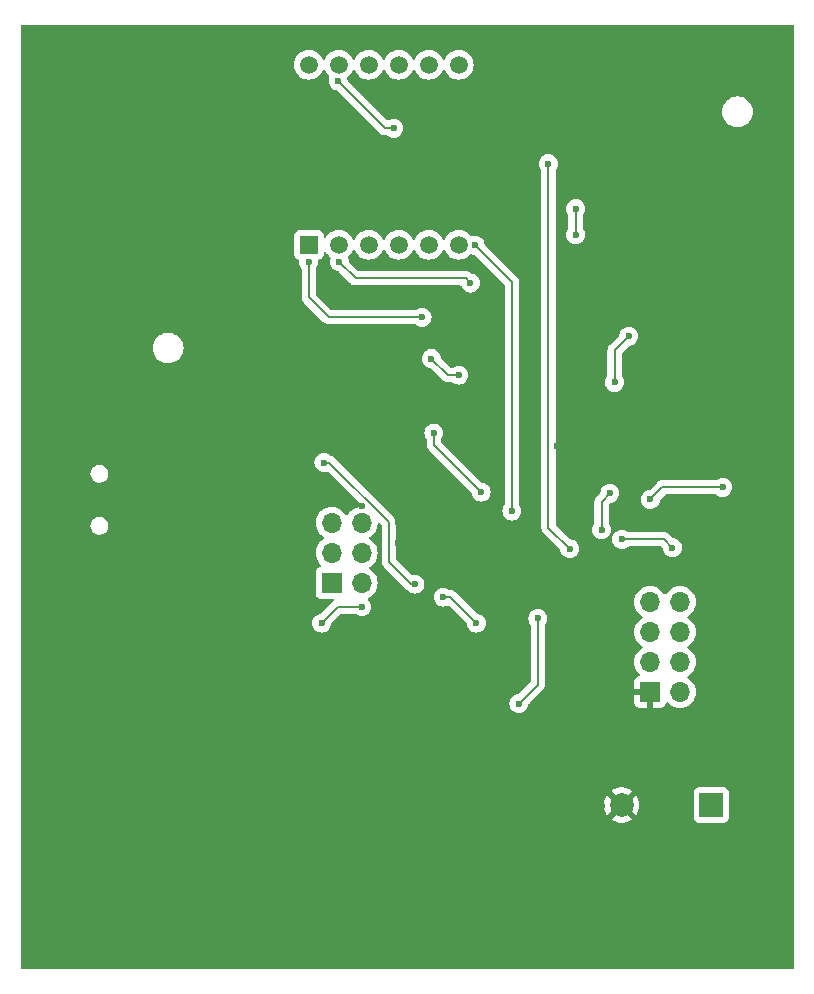
<source format=gbr>
%TF.GenerationSoftware,KiCad,Pcbnew,(7.0.0-0)*%
%TF.CreationDate,2023-04-20T13:26:23-06:00*%
%TF.ProjectId,Phase B - PCB,50686173-6520-4422-902d-205043422e6b,rev?*%
%TF.SameCoordinates,Original*%
%TF.FileFunction,Copper,L2,Bot*%
%TF.FilePolarity,Positive*%
%FSLAX46Y46*%
G04 Gerber Fmt 4.6, Leading zero omitted, Abs format (unit mm)*
G04 Created by KiCad (PCBNEW (7.0.0-0)) date 2023-04-20 13:26:23*
%MOMM*%
%LPD*%
G01*
G04 APERTURE LIST*
%TA.AperFunction,ComponentPad*%
%ADD10R,1.700000X1.700000*%
%TD*%
%TA.AperFunction,ComponentPad*%
%ADD11O,1.700000X1.700000*%
%TD*%
%TA.AperFunction,ComponentPad*%
%ADD12R,2.000000X2.000000*%
%TD*%
%TA.AperFunction,ComponentPad*%
%ADD13C,2.000000*%
%TD*%
%TA.AperFunction,ComponentPad*%
%ADD14R,1.500000X1.500000*%
%TD*%
%TA.AperFunction,ComponentPad*%
%ADD15C,1.500000*%
%TD*%
%TA.AperFunction,ViaPad*%
%ADD16C,0.600000*%
%TD*%
%TA.AperFunction,Conductor*%
%ADD17C,0.200000*%
%TD*%
G04 APERTURE END LIST*
D10*
%TO.P,J4,1,Pin_1*%
%TO.N,GND*%
X163499999Y-111519999D03*
D11*
%TO.P,J4,2,Pin_2*%
%TO.N,TX*%
X166039999Y-111519999D03*
%TO.P,J4,3,Pin_3*%
%TO.N,unconnected-(J4-Pin_3-Pad3)*%
X163499999Y-108979999D03*
%TO.P,J4,4,Pin_4*%
%TO.N,VCC*%
X166039999Y-108979999D03*
%TO.P,J4,5,Pin_5*%
%TO.N,Net-(J4-Pin_5)*%
X163499999Y-106439999D03*
%TO.P,J4,6,Pin_6*%
%TO.N,VCC*%
X166039999Y-106439999D03*
%TO.P,J4,7,Pin_7*%
%TO.N,RX*%
X163499999Y-103899999D03*
%TO.P,J4,8,Pin_8*%
%TO.N,VCC*%
X166039999Y-103899999D03*
%TD*%
D10*
%TO.P,J2,1,MISO*%
%TO.N,MISO*%
X136549999Y-102279999D03*
D11*
%TO.P,J2,2,VCC*%
%TO.N,VCC*%
X139089999Y-102279999D03*
%TO.P,J2,3,SCK*%
%TO.N,SCK*%
X136549999Y-99739999D03*
%TO.P,J2,4,MOSI*%
%TO.N,MOSI*%
X139089999Y-99739999D03*
%TO.P,J2,5,~{RST}*%
%TO.N,RESET*%
X136549999Y-97199999D03*
%TO.P,J2,6,GND*%
%TO.N,GND*%
X139089999Y-97199999D03*
%TD*%
D12*
%TO.P,LS1,1,1*%
%TO.N,BUZZER*%
X168699999Y-121099999D03*
D13*
%TO.P,LS1,2,2*%
%TO.N,GND*%
X161100000Y-121100000D03*
%TD*%
D14*
%TO.P,U2,1,e*%
%TO.N,Net-(U2-e)*%
X134619999Y-73659999D03*
D15*
%TO.P,U2,2,d*%
%TO.N,Net-(U2-d)*%
X137160000Y-73660000D03*
%TO.P,U2,3,DPX*%
%TO.N,Net-(U2-DPX)*%
X139700000Y-73660000D03*
%TO.P,U2,4,c*%
%TO.N,Net-(U2-c)*%
X142240000Y-73660000D03*
%TO.P,U2,5,g*%
%TO.N,Net-(U2-g)*%
X144780000Y-73660000D03*
%TO.P,U2,6,CA4*%
%TO.N,Dig4*%
X147320000Y-73660000D03*
%TO.P,U2,7,b*%
%TO.N,Net-(U2-b)*%
X147320000Y-58420000D03*
%TO.P,U2,8,CA3*%
%TO.N,Dig3*%
X144780000Y-58420000D03*
%TO.P,U2,9,CA2*%
%TO.N,Dig2*%
X142240000Y-58420000D03*
%TO.P,U2,10,f*%
%TO.N,Net-(U2-f)*%
X139700000Y-58420000D03*
%TO.P,U2,11,a*%
%TO.N,Net-(U2-a)*%
X137160000Y-58420000D03*
%TO.P,U2,12,CA1*%
%TO.N,Dig1*%
X134620000Y-58420000D03*
%TD*%
D16*
%TO.N,GND*%
X142100000Y-93800000D03*
X151900000Y-108200000D03*
X147900000Y-97000000D03*
X154100000Y-112200000D03*
X141500000Y-91900000D03*
X156900000Y-101800000D03*
X121200000Y-96900000D03*
X162900000Y-100900000D03*
X150800000Y-102300000D03*
X122600000Y-110300000D03*
X156000000Y-112300000D03*
X125160000Y-110600000D03*
X163542000Y-113236000D03*
X142200000Y-98900000D03*
X121800000Y-107800000D03*
X150200000Y-87600000D03*
X159400000Y-121200000D03*
X161900000Y-83400000D03*
X131300000Y-125300000D03*
X149200000Y-93300000D03*
X117100000Y-108500000D03*
X153400000Y-125500000D03*
X126500000Y-94000000D03*
X149900000Y-108700000D03*
X115200000Y-85400000D03*
X159400000Y-90300000D03*
X171500000Y-91000000D03*
X142200000Y-97100000D03*
X135612500Y-114700000D03*
X148300000Y-87600000D03*
X156900000Y-93800000D03*
X139100000Y-95800000D03*
X149000000Y-107300000D03*
X166500000Y-91000000D03*
X155974500Y-85955000D03*
X155600000Y-90700000D03*
%TO.N,VCC*%
X135700000Y-105700000D03*
X139100000Y-104300000D03*
X161700000Y-81400000D03*
X146000000Y-103500000D03*
X148800000Y-105700000D03*
X160500000Y-85300000D03*
%TO.N,BUZZER*%
X161100000Y-98600000D03*
X165400000Y-99300000D03*
%TO.N,RED_LED*%
X169650000Y-94200000D03*
X163523000Y-95223000D03*
%TO.N,BUTTON_1*%
X152400000Y-112500000D03*
X154000000Y-105300000D03*
%TO.N,Net-(U2-a)*%
X141800000Y-63800000D03*
X137100000Y-59800000D03*
%TO.N,Net-(U2-b)*%
X157200000Y-70600000D03*
X157200000Y-72800000D03*
%TO.N,Net-(U2-d)*%
X137200000Y-75100000D03*
X148300000Y-76900000D03*
%TO.N,Net-(U2-e)*%
X134600000Y-75100000D03*
X144200000Y-79800000D03*
%TO.N,g*%
X145000000Y-83300000D03*
X147300000Y-84700000D03*
%TO.N,ST_CP*%
X159400000Y-97800000D03*
X160100000Y-94700000D03*
%TO.N,Dig4*%
X148700000Y-73700000D03*
X151800000Y-96200000D03*
%TO.N,Dig3*%
X143600000Y-102400000D03*
X135900000Y-92100000D03*
%TO.N,Dig2*%
X154900000Y-66800000D03*
X156700000Y-99400000D03*
%TO.N,Dig1*%
X145200000Y-89600000D03*
X149200000Y-94600000D03*
%TD*%
D17*
%TO.N,VCC*%
X139100000Y-104300000D02*
X137100000Y-104300000D01*
X160500000Y-85300000D02*
X160500000Y-82600000D01*
X146000000Y-103500000D02*
X146600000Y-103500000D01*
X146600000Y-103500000D02*
X148800000Y-105700000D01*
X160500000Y-82600000D02*
X161700000Y-81400000D01*
X137100000Y-104300000D02*
X135700000Y-105700000D01*
%TO.N,BUZZER*%
X165400000Y-99300000D02*
X164700000Y-98600000D01*
X164700000Y-98600000D02*
X161100000Y-98600000D01*
%TO.N,RED_LED*%
X164546000Y-94200000D02*
X163523000Y-95223000D01*
X169650000Y-94200000D02*
X164546000Y-94200000D01*
%TO.N,BUTTON_1*%
X154000000Y-110900000D02*
X154000000Y-105300000D01*
X152400000Y-112500000D02*
X154000000Y-110900000D01*
%TO.N,Net-(U2-a)*%
X141800000Y-63800000D02*
X141100000Y-63800000D01*
X141100000Y-63800000D02*
X137100000Y-59800000D01*
%TO.N,Net-(U2-b)*%
X157200000Y-72800000D02*
X157200000Y-70600000D01*
%TO.N,Net-(U2-d)*%
X138600000Y-76500000D02*
X137200000Y-75100000D01*
X148300000Y-76900000D02*
X147900000Y-76500000D01*
X147900000Y-76500000D02*
X138600000Y-76500000D01*
%TO.N,Net-(U2-e)*%
X134600000Y-78100000D02*
X134600000Y-75100000D01*
X144200000Y-79800000D02*
X136300000Y-79800000D01*
X136300000Y-79800000D02*
X134600000Y-78100000D01*
%TO.N,g*%
X147300000Y-84700000D02*
X146400000Y-84700000D01*
X146400000Y-84700000D02*
X145000000Y-83300000D01*
%TO.N,ST_CP*%
X159400000Y-97800000D02*
X159400000Y-95400000D01*
X159400000Y-95400000D02*
X160100000Y-94700000D01*
%TO.N,Dig4*%
X151800000Y-96200000D02*
X151800000Y-76800000D01*
X151800000Y-76800000D02*
X148700000Y-73700000D01*
%TO.N,Dig3*%
X136351471Y-92100000D02*
X141400000Y-97148529D01*
X143300000Y-102400000D02*
X141400000Y-100500000D01*
X141400000Y-97148529D02*
X141400000Y-100500000D01*
X135900000Y-92100000D02*
X136351471Y-92100000D01*
X143600000Y-102400000D02*
X143300000Y-102400000D01*
%TO.N,Dig2*%
X154900000Y-97600000D02*
X156700000Y-99400000D01*
X154900000Y-66800000D02*
X154900000Y-97600000D01*
%TO.N,Dig1*%
X145200000Y-90600000D02*
X145200000Y-89600000D01*
X149200000Y-94600000D02*
X145200000Y-90600000D01*
%TD*%
%TA.AperFunction,Conductor*%
%TO.N,GND*%
G36*
X175627500Y-55027113D02*
G01*
X175672887Y-55072500D01*
X175689500Y-55134500D01*
X175689500Y-134865500D01*
X175672887Y-134927500D01*
X175627500Y-134972887D01*
X175565500Y-134989500D01*
X110334500Y-134989500D01*
X110272500Y-134972887D01*
X110227113Y-134927500D01*
X110210500Y-134865500D01*
X110210500Y-122323248D01*
X160235749Y-122323248D01*
X160243855Y-122334439D01*
X160272717Y-122356903D01*
X160281279Y-122362496D01*
X160490885Y-122475929D01*
X160500239Y-122480032D01*
X160725656Y-122557417D01*
X160735568Y-122559928D01*
X160970643Y-122599155D01*
X160980839Y-122600000D01*
X161219161Y-122600000D01*
X161229356Y-122599155D01*
X161464431Y-122559928D01*
X161474343Y-122557417D01*
X161699760Y-122480032D01*
X161709114Y-122475929D01*
X161918723Y-122362495D01*
X161927281Y-122356903D01*
X161956146Y-122334437D01*
X161964250Y-122323250D01*
X161957589Y-122311142D01*
X161791025Y-122144578D01*
X167199500Y-122144578D01*
X167199501Y-122147872D01*
X167199853Y-122151150D01*
X167199854Y-122151161D01*
X167205079Y-122199768D01*
X167205080Y-122199773D01*
X167205909Y-122207483D01*
X167208619Y-122214749D01*
X167208620Y-122214753D01*
X167242217Y-122304831D01*
X167256204Y-122342331D01*
X167261518Y-122349430D01*
X167261519Y-122349431D01*
X167271299Y-122362496D01*
X167342454Y-122457546D01*
X167457669Y-122543796D01*
X167592517Y-122594091D01*
X167652127Y-122600500D01*
X169747872Y-122600499D01*
X169807483Y-122594091D01*
X169942331Y-122543796D01*
X170057546Y-122457546D01*
X170143796Y-122342331D01*
X170194091Y-122207483D01*
X170200500Y-122147873D01*
X170200499Y-120052128D01*
X170194091Y-119992517D01*
X170143796Y-119857669D01*
X170057546Y-119742454D01*
X169942331Y-119656204D01*
X169807483Y-119605909D01*
X169799770Y-119605079D01*
X169799767Y-119605079D01*
X169751180Y-119599855D01*
X169751169Y-119599854D01*
X169747873Y-119599500D01*
X169744550Y-119599500D01*
X167655439Y-119599500D01*
X167655420Y-119599500D01*
X167652128Y-119599501D01*
X167648850Y-119599853D01*
X167648838Y-119599854D01*
X167600231Y-119605079D01*
X167600225Y-119605080D01*
X167592517Y-119605909D01*
X167585252Y-119608618D01*
X167585246Y-119608620D01*
X167465980Y-119653104D01*
X167465978Y-119653104D01*
X167457669Y-119656204D01*
X167450572Y-119661516D01*
X167450568Y-119661519D01*
X167349550Y-119737141D01*
X167349546Y-119737144D01*
X167342454Y-119742454D01*
X167337144Y-119749546D01*
X167337141Y-119749550D01*
X167261519Y-119850568D01*
X167261516Y-119850572D01*
X167256204Y-119857669D01*
X167253104Y-119865978D01*
X167253104Y-119865980D01*
X167208620Y-119985247D01*
X167208619Y-119985250D01*
X167205909Y-119992517D01*
X167205079Y-120000227D01*
X167205079Y-120000232D01*
X167199855Y-120048819D01*
X167199854Y-120048831D01*
X167199500Y-120052127D01*
X167199500Y-120055448D01*
X167199500Y-120055449D01*
X167199500Y-122144560D01*
X167199500Y-122144578D01*
X161791025Y-122144578D01*
X161111542Y-121465095D01*
X161100000Y-121458431D01*
X161088457Y-121465095D01*
X160242408Y-122311143D01*
X160235749Y-122323248D01*
X110210500Y-122323248D01*
X110210500Y-121105117D01*
X159595283Y-121105117D01*
X159614962Y-121342618D01*
X159616646Y-121352712D01*
X159675153Y-121583747D01*
X159678472Y-121593414D01*
X159774208Y-121811673D01*
X159779070Y-121820656D01*
X159868999Y-121958304D01*
X159876963Y-121966024D01*
X159886345Y-121960100D01*
X160734904Y-121111542D01*
X160741568Y-121099999D01*
X161458431Y-121099999D01*
X161465095Y-121111542D01*
X162313653Y-121960100D01*
X162323034Y-121966024D01*
X162331002Y-121958299D01*
X162420924Y-121820664D01*
X162425792Y-121811669D01*
X162521527Y-121593414D01*
X162524846Y-121583747D01*
X162583353Y-121352712D01*
X162585037Y-121342618D01*
X162604717Y-121105117D01*
X162604717Y-121094883D01*
X162585037Y-120857381D01*
X162583353Y-120847287D01*
X162524846Y-120616252D01*
X162521527Y-120606585D01*
X162425792Y-120388330D01*
X162420924Y-120379335D01*
X162331002Y-120241699D01*
X162323034Y-120233974D01*
X162313653Y-120239898D01*
X161465095Y-121088457D01*
X161458431Y-121099999D01*
X160741568Y-121099999D01*
X160734904Y-121088457D01*
X159886345Y-120239898D01*
X159876964Y-120233974D01*
X159868997Y-120241699D01*
X159779072Y-120379338D01*
X159774207Y-120388328D01*
X159678472Y-120606585D01*
X159675153Y-120616252D01*
X159616646Y-120847287D01*
X159614962Y-120857381D01*
X159595283Y-121094883D01*
X159595283Y-121105117D01*
X110210500Y-121105117D01*
X110210500Y-119876749D01*
X160235748Y-119876749D01*
X160242408Y-119888855D01*
X161088457Y-120734904D01*
X161100000Y-120741568D01*
X161111542Y-120734904D01*
X161957590Y-119888855D01*
X161964250Y-119876749D01*
X161956143Y-119865559D01*
X161927286Y-119843099D01*
X161918719Y-119837503D01*
X161709114Y-119724070D01*
X161699760Y-119719967D01*
X161474343Y-119642582D01*
X161464431Y-119640071D01*
X161229356Y-119600844D01*
X161219161Y-119600000D01*
X160980839Y-119600000D01*
X160970643Y-119600844D01*
X160735568Y-119640071D01*
X160725656Y-119642582D01*
X160500239Y-119719967D01*
X160490885Y-119724070D01*
X160281276Y-119837504D01*
X160272717Y-119843096D01*
X160243854Y-119865560D01*
X160235748Y-119876749D01*
X110210500Y-119876749D01*
X110210500Y-112500000D01*
X151594435Y-112500000D01*
X151614632Y-112679255D01*
X151616928Y-112685819D01*
X151616930Y-112685824D01*
X151662639Y-112816452D01*
X151674211Y-112849522D01*
X151770184Y-113002262D01*
X151897738Y-113129816D01*
X152050478Y-113225789D01*
X152220745Y-113285368D01*
X152400000Y-113305565D01*
X152579255Y-113285368D01*
X152749522Y-113225789D01*
X152902262Y-113129816D01*
X153029816Y-113002262D01*
X153125789Y-112849522D01*
X153185368Y-112679255D01*
X153195161Y-112592330D01*
X153206661Y-112552413D01*
X153230697Y-112518536D01*
X153334715Y-112414518D01*
X162150000Y-112414518D01*
X162150353Y-112421114D01*
X162155573Y-112469667D01*
X162159111Y-112484641D01*
X162203547Y-112603777D01*
X162211962Y-112619189D01*
X162287498Y-112720092D01*
X162299907Y-112732501D01*
X162400810Y-112808037D01*
X162416222Y-112816452D01*
X162535358Y-112860888D01*
X162550332Y-112864426D01*
X162598885Y-112869646D01*
X162605482Y-112870000D01*
X163233674Y-112870000D01*
X163246549Y-112866549D01*
X163250000Y-112853674D01*
X163250000Y-111786326D01*
X163246549Y-111773450D01*
X163233674Y-111770000D01*
X162166326Y-111770000D01*
X162153450Y-111773450D01*
X162150000Y-111786326D01*
X162150000Y-112414518D01*
X153334715Y-112414518D01*
X154391044Y-111358189D01*
X154403222Y-111347510D01*
X154428282Y-111328282D01*
X154524536Y-111202841D01*
X154585044Y-111056762D01*
X154600500Y-110939361D01*
X154605682Y-110900000D01*
X154601561Y-110868698D01*
X154600500Y-110852513D01*
X154600500Y-108980000D01*
X162144341Y-108980000D01*
X162164937Y-109215408D01*
X162166336Y-109220630D01*
X162166337Y-109220634D01*
X162224694Y-109438430D01*
X162224697Y-109438438D01*
X162226097Y-109443663D01*
X162228385Y-109448570D01*
X162228386Y-109448572D01*
X162323678Y-109652927D01*
X162323681Y-109652933D01*
X162325965Y-109657830D01*
X162329064Y-109662257D01*
X162329066Y-109662259D01*
X162458399Y-109846966D01*
X162458402Y-109846970D01*
X162461505Y-109851401D01*
X162465336Y-109855231D01*
X162465336Y-109855232D01*
X162583818Y-109973714D01*
X162615114Y-110026460D01*
X162617303Y-110087753D01*
X162589850Y-110142597D01*
X162539471Y-110177576D01*
X162416226Y-110223544D01*
X162400810Y-110231962D01*
X162299907Y-110307498D01*
X162287498Y-110319907D01*
X162211962Y-110420810D01*
X162203547Y-110436222D01*
X162159111Y-110555358D01*
X162155573Y-110570332D01*
X162150353Y-110618885D01*
X162150000Y-110625482D01*
X162150000Y-111253674D01*
X162153450Y-111266549D01*
X162166326Y-111270000D01*
X163626000Y-111270000D01*
X163688000Y-111286613D01*
X163733387Y-111332000D01*
X163750000Y-111394000D01*
X163750000Y-112853674D01*
X163753450Y-112866549D01*
X163766326Y-112870000D01*
X164394518Y-112870000D01*
X164401114Y-112869646D01*
X164449667Y-112864426D01*
X164464641Y-112860888D01*
X164583777Y-112816452D01*
X164599189Y-112808037D01*
X164700092Y-112732501D01*
X164712501Y-112720092D01*
X164788037Y-112619189D01*
X164796452Y-112603777D01*
X164842422Y-112480529D01*
X164877401Y-112430149D01*
X164932246Y-112402696D01*
X164993539Y-112404885D01*
X165046285Y-112436181D01*
X165168599Y-112558495D01*
X165362170Y-112694035D01*
X165576337Y-112793903D01*
X165804592Y-112855063D01*
X166040000Y-112875659D01*
X166275408Y-112855063D01*
X166503663Y-112793903D01*
X166717830Y-112694035D01*
X166911401Y-112558495D01*
X167078495Y-112391401D01*
X167214035Y-112197830D01*
X167313903Y-111983663D01*
X167375063Y-111755408D01*
X167395659Y-111520000D01*
X167375063Y-111284592D01*
X167313903Y-111056337D01*
X167214035Y-110842171D01*
X167078495Y-110648599D01*
X166911401Y-110481505D01*
X166906968Y-110478401D01*
X166906961Y-110478395D01*
X166725842Y-110351575D01*
X166686976Y-110307257D01*
X166672965Y-110250000D01*
X166686976Y-110192743D01*
X166725842Y-110148425D01*
X166906961Y-110021604D01*
X166906961Y-110021603D01*
X166911401Y-110018495D01*
X167078495Y-109851401D01*
X167214035Y-109657830D01*
X167313903Y-109443663D01*
X167375063Y-109215408D01*
X167395659Y-108980000D01*
X167375063Y-108744592D01*
X167313903Y-108516337D01*
X167214035Y-108302171D01*
X167078495Y-108108599D01*
X166911401Y-107941505D01*
X166906968Y-107938401D01*
X166906961Y-107938395D01*
X166725842Y-107811575D01*
X166686976Y-107767257D01*
X166672965Y-107710000D01*
X166686976Y-107652743D01*
X166725842Y-107608425D01*
X166906961Y-107481604D01*
X166906961Y-107481603D01*
X166911401Y-107478495D01*
X167078495Y-107311401D01*
X167214035Y-107117830D01*
X167313903Y-106903663D01*
X167375063Y-106675408D01*
X167395659Y-106440000D01*
X167375063Y-106204592D01*
X167313903Y-105976337D01*
X167214035Y-105762171D01*
X167078495Y-105568599D01*
X166911401Y-105401505D01*
X166906968Y-105398401D01*
X166906961Y-105398395D01*
X166725842Y-105271575D01*
X166686976Y-105227257D01*
X166672965Y-105170000D01*
X166686976Y-105112743D01*
X166725842Y-105068425D01*
X166906961Y-104941604D01*
X166906961Y-104941603D01*
X166911401Y-104938495D01*
X167078495Y-104771401D01*
X167214035Y-104577830D01*
X167313903Y-104363663D01*
X167375063Y-104135408D01*
X167395659Y-103900000D01*
X167375063Y-103664592D01*
X167313903Y-103436337D01*
X167214035Y-103222171D01*
X167078495Y-103028599D01*
X166911401Y-102861505D01*
X166906970Y-102858402D01*
X166906966Y-102858399D01*
X166722259Y-102729066D01*
X166722257Y-102729064D01*
X166717830Y-102725965D01*
X166712933Y-102723681D01*
X166712927Y-102723678D01*
X166508572Y-102628386D01*
X166508570Y-102628385D01*
X166503663Y-102626097D01*
X166498438Y-102624697D01*
X166498430Y-102624694D01*
X166280634Y-102566337D01*
X166280630Y-102566336D01*
X166275408Y-102564937D01*
X166270020Y-102564465D01*
X166270017Y-102564465D01*
X166045395Y-102544813D01*
X166040000Y-102544341D01*
X166034605Y-102544813D01*
X165809982Y-102564465D01*
X165809977Y-102564465D01*
X165804592Y-102564937D01*
X165799371Y-102566335D01*
X165799365Y-102566337D01*
X165581569Y-102624694D01*
X165581557Y-102624698D01*
X165576337Y-102626097D01*
X165571432Y-102628383D01*
X165571427Y-102628386D01*
X165367081Y-102723675D01*
X165367077Y-102723677D01*
X165362171Y-102725965D01*
X165357738Y-102729068D01*
X165357731Y-102729073D01*
X165173034Y-102858399D01*
X165173029Y-102858402D01*
X165168599Y-102861505D01*
X165164775Y-102865328D01*
X165164769Y-102865334D01*
X165005334Y-103024769D01*
X165005328Y-103024775D01*
X165001505Y-103028599D01*
X164998402Y-103033029D01*
X164998399Y-103033034D01*
X164871575Y-103214159D01*
X164827257Y-103253025D01*
X164770000Y-103267036D01*
X164712743Y-103253025D01*
X164668425Y-103214159D01*
X164627164Y-103155232D01*
X164538495Y-103028599D01*
X164371401Y-102861505D01*
X164366970Y-102858402D01*
X164366966Y-102858399D01*
X164182259Y-102729066D01*
X164182257Y-102729064D01*
X164177830Y-102725965D01*
X164172933Y-102723681D01*
X164172927Y-102723678D01*
X163968572Y-102628386D01*
X163968570Y-102628385D01*
X163963663Y-102626097D01*
X163958438Y-102624697D01*
X163958430Y-102624694D01*
X163740634Y-102566337D01*
X163740630Y-102566336D01*
X163735408Y-102564937D01*
X163730020Y-102564465D01*
X163730017Y-102564465D01*
X163505395Y-102544813D01*
X163500000Y-102544341D01*
X163494605Y-102544813D01*
X163269982Y-102564465D01*
X163269977Y-102564465D01*
X163264592Y-102564937D01*
X163259371Y-102566335D01*
X163259365Y-102566337D01*
X163041569Y-102624694D01*
X163041557Y-102624698D01*
X163036337Y-102626097D01*
X163031432Y-102628383D01*
X163031427Y-102628386D01*
X162827081Y-102723675D01*
X162827077Y-102723677D01*
X162822171Y-102725965D01*
X162817738Y-102729068D01*
X162817731Y-102729073D01*
X162633034Y-102858399D01*
X162633029Y-102858402D01*
X162628599Y-102861505D01*
X162624775Y-102865328D01*
X162624769Y-102865334D01*
X162465334Y-103024769D01*
X162465328Y-103024775D01*
X162461505Y-103028599D01*
X162458402Y-103033029D01*
X162458399Y-103033034D01*
X162329073Y-103217731D01*
X162329068Y-103217738D01*
X162325965Y-103222171D01*
X162323677Y-103227077D01*
X162323675Y-103227081D01*
X162228386Y-103431427D01*
X162228383Y-103431432D01*
X162226097Y-103436337D01*
X162224698Y-103441557D01*
X162224694Y-103441569D01*
X162166337Y-103659365D01*
X162166335Y-103659371D01*
X162164937Y-103664592D01*
X162164465Y-103669977D01*
X162164465Y-103669982D01*
X162157922Y-103744769D01*
X162144341Y-103900000D01*
X162144813Y-103905395D01*
X162164447Y-104129816D01*
X162164937Y-104135408D01*
X162166336Y-104140630D01*
X162166337Y-104140634D01*
X162224694Y-104358430D01*
X162224697Y-104358438D01*
X162226097Y-104363663D01*
X162228385Y-104368570D01*
X162228386Y-104368572D01*
X162323678Y-104572927D01*
X162323681Y-104572933D01*
X162325965Y-104577830D01*
X162329064Y-104582257D01*
X162329066Y-104582259D01*
X162458399Y-104766966D01*
X162458402Y-104766970D01*
X162461505Y-104771401D01*
X162628599Y-104938495D01*
X162633032Y-104941599D01*
X162633038Y-104941604D01*
X162814158Y-105068425D01*
X162853024Y-105112743D01*
X162867035Y-105170000D01*
X162853024Y-105227257D01*
X162814159Y-105271575D01*
X162633041Y-105398395D01*
X162628599Y-105401505D01*
X162624775Y-105405328D01*
X162624769Y-105405334D01*
X162465334Y-105564769D01*
X162465328Y-105564775D01*
X162461505Y-105568599D01*
X162458402Y-105573029D01*
X162458399Y-105573034D01*
X162329073Y-105757731D01*
X162329068Y-105757738D01*
X162325965Y-105762171D01*
X162323677Y-105767077D01*
X162323675Y-105767081D01*
X162228386Y-105971427D01*
X162228383Y-105971432D01*
X162226097Y-105976337D01*
X162224698Y-105981557D01*
X162224694Y-105981569D01*
X162166337Y-106199365D01*
X162166335Y-106199371D01*
X162164937Y-106204592D01*
X162144341Y-106440000D01*
X162164937Y-106675408D01*
X162166336Y-106680630D01*
X162166337Y-106680634D01*
X162224694Y-106898430D01*
X162224697Y-106898438D01*
X162226097Y-106903663D01*
X162228385Y-106908570D01*
X162228386Y-106908572D01*
X162323678Y-107112927D01*
X162323681Y-107112933D01*
X162325965Y-107117830D01*
X162329064Y-107122257D01*
X162329066Y-107122259D01*
X162458399Y-107306966D01*
X162458402Y-107306970D01*
X162461505Y-107311401D01*
X162628599Y-107478495D01*
X162633032Y-107481599D01*
X162633038Y-107481604D01*
X162814158Y-107608425D01*
X162853024Y-107652743D01*
X162867035Y-107710000D01*
X162853024Y-107767257D01*
X162814159Y-107811575D01*
X162633041Y-107938395D01*
X162628599Y-107941505D01*
X162624775Y-107945328D01*
X162624769Y-107945334D01*
X162465334Y-108104769D01*
X162465328Y-108104775D01*
X162461505Y-108108599D01*
X162458402Y-108113029D01*
X162458399Y-108113034D01*
X162329073Y-108297731D01*
X162329068Y-108297738D01*
X162325965Y-108302171D01*
X162323677Y-108307077D01*
X162323675Y-108307081D01*
X162228386Y-108511427D01*
X162228383Y-108511432D01*
X162226097Y-108516337D01*
X162224698Y-108521557D01*
X162224694Y-108521569D01*
X162166337Y-108739365D01*
X162166335Y-108739371D01*
X162164937Y-108744592D01*
X162144341Y-108980000D01*
X154600500Y-108980000D01*
X154600500Y-105881162D01*
X154607459Y-105840207D01*
X154626718Y-105805359D01*
X154629816Y-105802262D01*
X154725789Y-105649522D01*
X154785368Y-105479255D01*
X154805565Y-105300000D01*
X154785368Y-105120745D01*
X154725789Y-104950478D01*
X154629816Y-104797738D01*
X154502262Y-104670184D01*
X154349522Y-104574211D01*
X154342959Y-104571914D01*
X154342956Y-104571913D01*
X154185824Y-104516930D01*
X154185819Y-104516928D01*
X154179255Y-104514632D01*
X154172335Y-104513852D01*
X154172334Y-104513852D01*
X154006923Y-104495215D01*
X154000000Y-104494435D01*
X153993077Y-104495215D01*
X153827665Y-104513852D01*
X153827662Y-104513852D01*
X153820745Y-104514632D01*
X153814182Y-104516928D01*
X153814175Y-104516930D01*
X153657043Y-104571913D01*
X153657036Y-104571915D01*
X153650478Y-104574211D01*
X153644590Y-104577910D01*
X153644587Y-104577912D01*
X153503638Y-104666476D01*
X153503633Y-104666479D01*
X153497738Y-104670184D01*
X153492813Y-104675108D01*
X153492809Y-104675112D01*
X153375112Y-104792809D01*
X153375108Y-104792813D01*
X153370184Y-104797738D01*
X153366479Y-104803633D01*
X153366476Y-104803638D01*
X153277912Y-104944587D01*
X153277910Y-104944590D01*
X153274211Y-104950478D01*
X153271915Y-104957036D01*
X153271913Y-104957043D01*
X153216930Y-105114175D01*
X153216928Y-105114182D01*
X153214632Y-105120745D01*
X153194435Y-105300000D01*
X153214632Y-105479255D01*
X153216928Y-105485819D01*
X153216930Y-105485824D01*
X153271913Y-105642956D01*
X153274211Y-105649522D01*
X153277912Y-105655412D01*
X153363944Y-105792332D01*
X153370184Y-105802262D01*
X153373281Y-105805359D01*
X153392541Y-105840207D01*
X153399500Y-105881162D01*
X153399500Y-110599903D01*
X153390061Y-110647356D01*
X153363181Y-110687584D01*
X152381464Y-111669299D01*
X152347585Y-111693338D01*
X152307667Y-111704838D01*
X152227666Y-111713852D01*
X152227664Y-111713852D01*
X152220745Y-111714632D01*
X152214176Y-111716930D01*
X152214174Y-111716931D01*
X152057043Y-111771913D01*
X152057036Y-111771915D01*
X152050478Y-111774211D01*
X152044590Y-111777910D01*
X152044587Y-111777912D01*
X151903638Y-111866476D01*
X151903633Y-111866479D01*
X151897738Y-111870184D01*
X151892813Y-111875108D01*
X151892809Y-111875112D01*
X151775112Y-111992809D01*
X151775108Y-111992813D01*
X151770184Y-111997738D01*
X151766479Y-112003633D01*
X151766476Y-112003638D01*
X151677912Y-112144587D01*
X151677910Y-112144590D01*
X151674211Y-112150478D01*
X151671915Y-112157036D01*
X151671913Y-112157043D01*
X151616930Y-112314175D01*
X151616928Y-112314182D01*
X151614632Y-112320745D01*
X151613852Y-112327662D01*
X151613852Y-112327665D01*
X151595215Y-112493077D01*
X151594435Y-112500000D01*
X110210500Y-112500000D01*
X110210500Y-105700000D01*
X134894435Y-105700000D01*
X134914632Y-105879255D01*
X134916928Y-105885819D01*
X134916930Y-105885824D01*
X134946884Y-105971427D01*
X134974211Y-106049522D01*
X135070184Y-106202262D01*
X135197738Y-106329816D01*
X135350478Y-106425789D01*
X135520745Y-106485368D01*
X135700000Y-106505565D01*
X135879255Y-106485368D01*
X136049522Y-106425789D01*
X136202262Y-106329816D01*
X136329816Y-106202262D01*
X136425789Y-106049522D01*
X136485368Y-105879255D01*
X136495161Y-105792330D01*
X136506661Y-105752413D01*
X136530697Y-105718536D01*
X137312415Y-104936819D01*
X137352644Y-104909939D01*
X137400097Y-104900500D01*
X138518838Y-104900500D01*
X138559793Y-104907459D01*
X138594640Y-104926718D01*
X138597738Y-104929816D01*
X138750478Y-105025789D01*
X138920745Y-105085368D01*
X139100000Y-105105565D01*
X139279255Y-105085368D01*
X139449522Y-105025789D01*
X139602262Y-104929816D01*
X139729816Y-104802262D01*
X139825789Y-104649522D01*
X139885368Y-104479255D01*
X139905565Y-104300000D01*
X139885368Y-104120745D01*
X139825789Y-103950478D01*
X139729816Y-103797738D01*
X139632726Y-103700648D01*
X139602146Y-103650254D01*
X139598291Y-103591434D01*
X139622031Y-103537480D01*
X139668003Y-103500585D01*
X139669258Y-103500000D01*
X145194435Y-103500000D01*
X145195215Y-103506923D01*
X145210831Y-103645525D01*
X145214632Y-103679255D01*
X145216928Y-103685819D01*
X145216930Y-103685824D01*
X145271913Y-103842956D01*
X145274211Y-103849522D01*
X145370184Y-104002262D01*
X145497738Y-104129816D01*
X145650478Y-104225789D01*
X145820745Y-104285368D01*
X146000000Y-104305565D01*
X146179255Y-104285368D01*
X146349522Y-104225789D01*
X146355409Y-104222089D01*
X146404570Y-104209895D01*
X146454511Y-104218379D01*
X146496892Y-104246127D01*
X147969299Y-105718534D01*
X147993338Y-105752413D01*
X148004838Y-105792331D01*
X148014632Y-105879255D01*
X148016931Y-105885824D01*
X148016931Y-105885825D01*
X148045673Y-105967967D01*
X148074211Y-106049522D01*
X148170184Y-106202262D01*
X148297738Y-106329816D01*
X148450478Y-106425789D01*
X148620745Y-106485368D01*
X148800000Y-106505565D01*
X148979255Y-106485368D01*
X149149522Y-106425789D01*
X149302262Y-106329816D01*
X149429816Y-106202262D01*
X149525789Y-106049522D01*
X149585368Y-105879255D01*
X149605565Y-105700000D01*
X149585368Y-105520745D01*
X149525789Y-105350478D01*
X149429816Y-105197738D01*
X149302262Y-105070184D01*
X149235263Y-105028086D01*
X149155412Y-104977912D01*
X149149522Y-104974211D01*
X149142959Y-104971914D01*
X149142956Y-104971913D01*
X148985825Y-104916931D01*
X148979255Y-104914632D01*
X148972333Y-104913852D01*
X148892331Y-104904838D01*
X148852413Y-104893338D01*
X148818534Y-104869299D01*
X147058199Y-103108964D01*
X147047504Y-103096769D01*
X147033228Y-103078164D01*
X147028282Y-103071718D01*
X146902841Y-102975464D01*
X146895333Y-102972354D01*
X146764271Y-102918066D01*
X146764268Y-102918065D01*
X146756762Y-102914956D01*
X146748708Y-102913895D01*
X146748702Y-102913894D01*
X146639361Y-102899500D01*
X146608059Y-102895379D01*
X146600000Y-102894318D01*
X146591941Y-102895379D01*
X146583815Y-102895379D01*
X146583815Y-102894538D01*
X146543883Y-102891730D01*
X146502850Y-102870772D01*
X146502262Y-102870184D01*
X146494546Y-102865336D01*
X146355412Y-102777912D01*
X146349522Y-102774211D01*
X146342959Y-102771914D01*
X146342956Y-102771913D01*
X146185824Y-102716930D01*
X146185819Y-102716928D01*
X146179255Y-102714632D01*
X146172335Y-102713852D01*
X146172334Y-102713852D01*
X146006923Y-102695215D01*
X146000000Y-102694435D01*
X145993077Y-102695215D01*
X145827665Y-102713852D01*
X145827662Y-102713852D01*
X145820745Y-102714632D01*
X145814182Y-102716928D01*
X145814175Y-102716930D01*
X145657043Y-102771913D01*
X145657036Y-102771915D01*
X145650478Y-102774211D01*
X145644590Y-102777910D01*
X145644587Y-102777912D01*
X145503638Y-102866476D01*
X145503633Y-102866479D01*
X145497738Y-102870184D01*
X145492813Y-102875108D01*
X145492809Y-102875112D01*
X145375112Y-102992809D01*
X145375108Y-102992813D01*
X145370184Y-102997738D01*
X145366479Y-103003633D01*
X145366476Y-103003638D01*
X145277912Y-103144587D01*
X145277910Y-103144590D01*
X145274211Y-103150478D01*
X145271915Y-103157036D01*
X145271913Y-103157043D01*
X145216930Y-103314175D01*
X145216928Y-103314182D01*
X145214632Y-103320745D01*
X145213852Y-103327662D01*
X145213852Y-103327665D01*
X145199963Y-103450933D01*
X145194435Y-103500000D01*
X139669258Y-103500000D01*
X139695966Y-103487546D01*
X139767830Y-103454035D01*
X139961401Y-103318495D01*
X140128495Y-103151401D01*
X140264035Y-102957830D01*
X140363903Y-102743663D01*
X140425063Y-102515408D01*
X140445659Y-102280000D01*
X140425063Y-102044592D01*
X140363903Y-101816337D01*
X140264035Y-101602171D01*
X140128495Y-101408599D01*
X139961401Y-101241505D01*
X139956968Y-101238401D01*
X139956961Y-101238395D01*
X139775842Y-101111575D01*
X139736976Y-101067257D01*
X139722965Y-101010000D01*
X139736976Y-100952743D01*
X139775842Y-100908425D01*
X139956961Y-100781604D01*
X139956961Y-100781603D01*
X139961401Y-100778495D01*
X140128495Y-100611401D01*
X140264035Y-100417830D01*
X140363903Y-100203663D01*
X140425063Y-99975408D01*
X140445659Y-99740000D01*
X140425063Y-99504592D01*
X140363903Y-99276337D01*
X140264035Y-99062171D01*
X140128495Y-98868599D01*
X139961401Y-98701505D01*
X139956970Y-98698402D01*
X139956966Y-98698399D01*
X139775405Y-98571269D01*
X139736540Y-98526951D01*
X139722529Y-98469694D01*
X139736540Y-98412437D01*
X139775406Y-98368119D01*
X139956638Y-98241219D01*
X139964909Y-98234278D01*
X140124278Y-98074909D01*
X140131215Y-98066643D01*
X140260498Y-97882008D01*
X140265886Y-97872676D01*
X140361143Y-97668397D01*
X140364831Y-97658263D01*
X140423166Y-97440553D01*
X140425041Y-97429922D01*
X140434617Y-97320464D01*
X140459769Y-97255785D01*
X140515734Y-97214749D01*
X140584983Y-97210210D01*
X140645826Y-97243590D01*
X140763181Y-97360945D01*
X140790061Y-97401173D01*
X140799500Y-97448626D01*
X140799500Y-100452513D01*
X140798438Y-100468698D01*
X140794318Y-100500000D01*
X140795379Y-100508059D01*
X140799500Y-100539361D01*
X140813894Y-100648702D01*
X140813895Y-100648708D01*
X140814956Y-100656762D01*
X140818065Y-100664268D01*
X140818066Y-100664271D01*
X140866667Y-100781604D01*
X140875464Y-100802841D01*
X140971718Y-100928282D01*
X140978164Y-100933228D01*
X140996769Y-100947504D01*
X141008964Y-100958199D01*
X142841799Y-102791034D01*
X142852489Y-102803222D01*
X142871718Y-102828282D01*
X142925055Y-102869209D01*
X142968131Y-102902262D01*
X142970503Y-102904082D01*
X142982702Y-102914779D01*
X143097738Y-103029816D01*
X143250478Y-103125789D01*
X143420745Y-103185368D01*
X143600000Y-103205565D01*
X143779255Y-103185368D01*
X143949522Y-103125789D01*
X144102262Y-103029816D01*
X144229816Y-102902262D01*
X144325789Y-102749522D01*
X144385368Y-102579255D01*
X144405565Y-102400000D01*
X144385368Y-102220745D01*
X144325789Y-102050478D01*
X144229816Y-101897738D01*
X144102262Y-101770184D01*
X143949522Y-101674211D01*
X143942959Y-101671914D01*
X143942956Y-101671913D01*
X143785824Y-101616930D01*
X143785819Y-101616928D01*
X143779255Y-101614632D01*
X143772335Y-101613852D01*
X143772334Y-101613852D01*
X143606923Y-101595215D01*
X143600000Y-101594435D01*
X143593077Y-101595215D01*
X143428965Y-101613705D01*
X143374127Y-101607526D01*
X143327401Y-101578166D01*
X142036819Y-100287584D01*
X142009939Y-100247356D01*
X142000500Y-100199903D01*
X142000500Y-97196016D01*
X142001561Y-97179831D01*
X142004621Y-97156588D01*
X142005682Y-97148529D01*
X141985044Y-96991767D01*
X141924536Y-96845688D01*
X141852450Y-96751744D01*
X141852450Y-96751743D01*
X141833228Y-96726693D01*
X141828282Y-96720247D01*
X141803222Y-96701018D01*
X141791034Y-96690328D01*
X136809670Y-91708964D01*
X136798975Y-91696769D01*
X136784699Y-91678164D01*
X136779753Y-91671718D01*
X136654312Y-91575464D01*
X136508233Y-91514956D01*
X136500179Y-91513895D01*
X136500173Y-91513894D01*
X136479485Y-91511171D01*
X136440827Y-91499444D01*
X136412736Y-91479313D01*
X136412628Y-91479449D01*
X136409994Y-91477348D01*
X136407991Y-91475913D01*
X136407190Y-91475112D01*
X136402262Y-91470184D01*
X136249522Y-91374211D01*
X136242959Y-91371914D01*
X136242956Y-91371913D01*
X136085824Y-91316930D01*
X136085819Y-91316928D01*
X136079255Y-91314632D01*
X136072335Y-91313852D01*
X136072334Y-91313852D01*
X135906923Y-91295215D01*
X135900000Y-91294435D01*
X135893077Y-91295215D01*
X135727665Y-91313852D01*
X135727662Y-91313852D01*
X135720745Y-91314632D01*
X135714182Y-91316928D01*
X135714175Y-91316930D01*
X135557043Y-91371913D01*
X135557036Y-91371915D01*
X135550478Y-91374211D01*
X135544590Y-91377910D01*
X135544587Y-91377912D01*
X135403638Y-91466476D01*
X135403633Y-91466479D01*
X135397738Y-91470184D01*
X135392813Y-91475108D01*
X135392809Y-91475112D01*
X135275112Y-91592809D01*
X135275108Y-91592813D01*
X135270184Y-91597738D01*
X135266479Y-91603633D01*
X135266476Y-91603638D01*
X135177912Y-91744587D01*
X135177910Y-91744590D01*
X135174211Y-91750478D01*
X135171915Y-91757036D01*
X135171913Y-91757043D01*
X135116930Y-91914175D01*
X135116928Y-91914182D01*
X135114632Y-91920745D01*
X135094435Y-92100000D01*
X135114632Y-92279255D01*
X135116928Y-92285819D01*
X135116930Y-92285824D01*
X135162291Y-92415458D01*
X135174211Y-92449522D01*
X135270184Y-92602262D01*
X135397738Y-92729816D01*
X135550478Y-92825789D01*
X135720745Y-92885368D01*
X135900000Y-92905565D01*
X136079255Y-92885368D01*
X136160057Y-92857093D01*
X136228601Y-92853244D01*
X136288690Y-92886454D01*
X139046409Y-95644173D01*
X139079789Y-95705015D01*
X139075250Y-95774264D01*
X139034215Y-95830230D01*
X138969536Y-95855382D01*
X138860077Y-95864958D01*
X138849446Y-95866833D01*
X138631736Y-95925168D01*
X138621602Y-95928856D01*
X138417332Y-96024110D01*
X138407982Y-96029508D01*
X138223357Y-96158784D01*
X138215092Y-96165719D01*
X138055719Y-96325092D01*
X138048788Y-96333352D01*
X137921880Y-96514596D01*
X137877562Y-96553461D01*
X137820305Y-96567472D01*
X137763048Y-96553461D01*
X137718730Y-96514595D01*
X137628564Y-96385824D01*
X137588495Y-96328599D01*
X137421401Y-96161505D01*
X137416970Y-96158402D01*
X137416966Y-96158399D01*
X137232259Y-96029066D01*
X137232257Y-96029064D01*
X137227830Y-96025965D01*
X137222933Y-96023681D01*
X137222927Y-96023678D01*
X137018572Y-95928386D01*
X137018570Y-95928385D01*
X137013663Y-95926097D01*
X137008438Y-95924697D01*
X137008430Y-95924694D01*
X136790634Y-95866337D01*
X136790630Y-95866336D01*
X136785408Y-95864937D01*
X136780020Y-95864465D01*
X136780017Y-95864465D01*
X136555395Y-95844813D01*
X136550000Y-95844341D01*
X136544605Y-95844813D01*
X136319982Y-95864465D01*
X136319977Y-95864465D01*
X136314592Y-95864937D01*
X136309371Y-95866335D01*
X136309365Y-95866337D01*
X136091569Y-95924694D01*
X136091557Y-95924698D01*
X136086337Y-95926097D01*
X136081432Y-95928383D01*
X136081427Y-95928386D01*
X135877081Y-96023675D01*
X135877077Y-96023677D01*
X135872171Y-96025965D01*
X135867738Y-96029068D01*
X135867731Y-96029073D01*
X135683034Y-96158399D01*
X135683029Y-96158402D01*
X135678599Y-96161505D01*
X135674775Y-96165328D01*
X135674769Y-96165334D01*
X135515334Y-96324769D01*
X135515328Y-96324775D01*
X135511505Y-96328599D01*
X135508402Y-96333029D01*
X135508399Y-96333034D01*
X135379073Y-96517731D01*
X135379068Y-96517738D01*
X135375965Y-96522171D01*
X135373677Y-96527077D01*
X135373675Y-96527081D01*
X135278386Y-96731427D01*
X135278383Y-96731432D01*
X135276097Y-96736337D01*
X135274698Y-96741557D01*
X135274694Y-96741569D01*
X135216337Y-96959365D01*
X135216335Y-96959371D01*
X135214937Y-96964592D01*
X135214465Y-96969977D01*
X135214465Y-96969982D01*
X135194813Y-97194605D01*
X135194341Y-97200000D01*
X135194813Y-97205395D01*
X135212369Y-97406065D01*
X135214937Y-97435408D01*
X135216336Y-97440630D01*
X135216337Y-97440634D01*
X135274694Y-97658430D01*
X135274697Y-97658438D01*
X135276097Y-97663663D01*
X135278385Y-97668570D01*
X135278386Y-97668572D01*
X135373678Y-97872927D01*
X135373681Y-97872933D01*
X135375965Y-97877830D01*
X135379064Y-97882257D01*
X135379066Y-97882259D01*
X135508399Y-98066966D01*
X135508402Y-98066970D01*
X135511505Y-98071401D01*
X135678599Y-98238495D01*
X135683032Y-98241599D01*
X135683038Y-98241604D01*
X135864158Y-98368425D01*
X135903024Y-98412743D01*
X135917035Y-98470000D01*
X135903024Y-98527257D01*
X135864159Y-98571575D01*
X135683041Y-98698395D01*
X135678599Y-98701505D01*
X135674775Y-98705328D01*
X135674769Y-98705334D01*
X135515334Y-98864769D01*
X135515328Y-98864775D01*
X135511505Y-98868599D01*
X135508402Y-98873029D01*
X135508399Y-98873034D01*
X135379073Y-99057731D01*
X135379068Y-99057738D01*
X135375965Y-99062171D01*
X135373677Y-99067077D01*
X135373675Y-99067081D01*
X135278386Y-99271427D01*
X135278383Y-99271432D01*
X135276097Y-99276337D01*
X135274698Y-99281557D01*
X135274694Y-99281569D01*
X135216337Y-99499365D01*
X135216335Y-99499371D01*
X135214937Y-99504592D01*
X135214465Y-99509977D01*
X135214465Y-99509982D01*
X135207830Y-99585824D01*
X135194341Y-99740000D01*
X135194813Y-99745395D01*
X135208968Y-99907190D01*
X135214937Y-99975408D01*
X135216336Y-99980630D01*
X135216337Y-99980634D01*
X135274694Y-100198430D01*
X135274697Y-100198438D01*
X135276097Y-100203663D01*
X135278385Y-100208570D01*
X135278386Y-100208572D01*
X135373678Y-100412927D01*
X135373681Y-100412933D01*
X135375965Y-100417830D01*
X135379064Y-100422257D01*
X135379066Y-100422259D01*
X135508399Y-100606966D01*
X135508402Y-100606970D01*
X135511505Y-100611401D01*
X135515336Y-100615232D01*
X135633430Y-100733326D01*
X135664726Y-100786072D01*
X135666915Y-100847365D01*
X135639462Y-100902210D01*
X135589083Y-100937189D01*
X135473702Y-100980223D01*
X135457669Y-100986204D01*
X135450572Y-100991516D01*
X135450568Y-100991519D01*
X135349550Y-101067141D01*
X135349546Y-101067144D01*
X135342454Y-101072454D01*
X135337144Y-101079546D01*
X135337141Y-101079550D01*
X135261519Y-101180568D01*
X135261516Y-101180572D01*
X135256204Y-101187669D01*
X135253104Y-101195978D01*
X135253104Y-101195980D01*
X135208620Y-101315247D01*
X135208619Y-101315250D01*
X135205909Y-101322517D01*
X135205079Y-101330227D01*
X135205079Y-101330232D01*
X135199855Y-101378819D01*
X135199854Y-101378831D01*
X135199500Y-101382127D01*
X135199500Y-101385448D01*
X135199500Y-101385449D01*
X135199500Y-103174560D01*
X135199500Y-103174578D01*
X135199501Y-103177872D01*
X135199853Y-103181150D01*
X135199854Y-103181161D01*
X135205079Y-103229768D01*
X135205080Y-103229773D01*
X135205909Y-103237483D01*
X135208619Y-103244749D01*
X135208620Y-103244753D01*
X135234513Y-103314175D01*
X135256204Y-103372331D01*
X135261518Y-103379430D01*
X135261519Y-103379431D01*
X135317367Y-103454035D01*
X135342454Y-103487546D01*
X135457669Y-103573796D01*
X135592517Y-103624091D01*
X135652127Y-103630500D01*
X136620789Y-103630499D01*
X136679955Y-103645525D01*
X136724783Y-103686963D01*
X136744406Y-103744769D01*
X136734068Y-103804933D01*
X136696275Y-103852874D01*
X136671718Y-103871718D01*
X136666773Y-103878161D01*
X136666770Y-103878165D01*
X136652490Y-103896774D01*
X136641798Y-103908965D01*
X135681464Y-104869299D01*
X135647585Y-104893338D01*
X135607667Y-104904838D01*
X135527666Y-104913852D01*
X135527664Y-104913852D01*
X135520745Y-104914632D01*
X135514176Y-104916930D01*
X135514174Y-104916931D01*
X135357043Y-104971913D01*
X135357036Y-104971915D01*
X135350478Y-104974211D01*
X135344590Y-104977910D01*
X135344587Y-104977912D01*
X135203638Y-105066476D01*
X135203633Y-105066479D01*
X135197738Y-105070184D01*
X135192813Y-105075108D01*
X135192809Y-105075112D01*
X135075112Y-105192809D01*
X135075108Y-105192813D01*
X135070184Y-105197738D01*
X135066479Y-105203633D01*
X135066476Y-105203638D01*
X134977912Y-105344587D01*
X134977910Y-105344590D01*
X134974211Y-105350478D01*
X134971915Y-105357036D01*
X134971913Y-105357043D01*
X134916930Y-105514175D01*
X134916928Y-105514182D01*
X134914632Y-105520745D01*
X134913852Y-105527662D01*
X134913852Y-105527665D01*
X134909240Y-105568599D01*
X134894435Y-105700000D01*
X110210500Y-105700000D01*
X110210500Y-97493935D01*
X116128169Y-97493935D01*
X116158635Y-97666711D01*
X116228123Y-97827804D01*
X116232436Y-97833597D01*
X116232437Y-97833599D01*
X116271006Y-97885406D01*
X116332890Y-97968530D01*
X116467286Y-98081302D01*
X116624067Y-98160040D01*
X116794779Y-98200500D01*
X116922611Y-98200500D01*
X116926209Y-98200500D01*
X117056755Y-98185241D01*
X117221617Y-98125237D01*
X117368196Y-98028830D01*
X117488592Y-97901218D01*
X117576312Y-97749281D01*
X117626630Y-97581210D01*
X117636831Y-97406065D01*
X117606365Y-97233289D01*
X117536877Y-97072196D01*
X117432110Y-96931470D01*
X117360247Y-96871170D01*
X117303245Y-96823339D01*
X117303244Y-96823338D01*
X117297714Y-96818698D01*
X117205310Y-96772291D01*
X117147383Y-96743199D01*
X117147380Y-96743198D01*
X117140933Y-96739960D01*
X117133907Y-96738294D01*
X117133905Y-96738294D01*
X116977249Y-96701165D01*
X116977243Y-96701164D01*
X116970221Y-96699500D01*
X116838791Y-96699500D01*
X116835225Y-96699916D01*
X116835221Y-96699917D01*
X116715415Y-96713920D01*
X116715407Y-96713921D01*
X116708245Y-96714759D01*
X116701467Y-96717225D01*
X116701458Y-96717228D01*
X116550174Y-96772291D01*
X116550171Y-96772292D01*
X116543383Y-96774763D01*
X116537350Y-96778730D01*
X116537342Y-96778735D01*
X116402840Y-96867199D01*
X116402834Y-96867203D01*
X116396804Y-96871170D01*
X116391851Y-96876419D01*
X116391846Y-96876424D01*
X116281365Y-96993527D01*
X116281361Y-96993531D01*
X116276408Y-96998782D01*
X116272799Y-97005032D01*
X116272796Y-97005037D01*
X116192299Y-97144463D01*
X116192296Y-97144468D01*
X116188688Y-97150719D01*
X116186617Y-97157634D01*
X116186617Y-97157636D01*
X116140441Y-97311869D01*
X116140439Y-97311877D01*
X116138370Y-97318790D01*
X116137950Y-97325996D01*
X116137949Y-97326004D01*
X116128588Y-97486725D01*
X116128588Y-97486733D01*
X116128169Y-97493935D01*
X110210500Y-97493935D01*
X110210500Y-93093935D01*
X116128169Y-93093935D01*
X116158635Y-93266711D01*
X116228123Y-93427804D01*
X116332890Y-93568530D01*
X116467286Y-93681302D01*
X116624067Y-93760040D01*
X116794779Y-93800500D01*
X116922611Y-93800500D01*
X116926209Y-93800500D01*
X117056755Y-93785241D01*
X117221617Y-93725237D01*
X117368196Y-93628830D01*
X117488592Y-93501218D01*
X117576312Y-93349281D01*
X117626630Y-93181210D01*
X117636831Y-93006065D01*
X117606365Y-92833289D01*
X117536877Y-92672196D01*
X117432110Y-92531470D01*
X117360247Y-92471170D01*
X117303245Y-92423339D01*
X117303244Y-92423338D01*
X117297714Y-92418698D01*
X117205310Y-92372291D01*
X117147383Y-92343199D01*
X117147380Y-92343198D01*
X117140933Y-92339960D01*
X117133907Y-92338294D01*
X117133905Y-92338294D01*
X116977249Y-92301165D01*
X116977243Y-92301164D01*
X116970221Y-92299500D01*
X116838791Y-92299500D01*
X116835225Y-92299916D01*
X116835221Y-92299917D01*
X116715415Y-92313920D01*
X116715407Y-92313921D01*
X116708245Y-92314759D01*
X116701467Y-92317225D01*
X116701458Y-92317228D01*
X116550174Y-92372291D01*
X116550171Y-92372292D01*
X116543383Y-92374763D01*
X116537350Y-92378730D01*
X116537342Y-92378735D01*
X116402840Y-92467199D01*
X116402834Y-92467203D01*
X116396804Y-92471170D01*
X116391851Y-92476419D01*
X116391846Y-92476424D01*
X116281365Y-92593527D01*
X116281361Y-92593531D01*
X116276408Y-92598782D01*
X116272799Y-92605032D01*
X116272796Y-92605037D01*
X116192299Y-92744463D01*
X116192296Y-92744468D01*
X116188688Y-92750719D01*
X116186617Y-92757634D01*
X116186617Y-92757636D01*
X116140441Y-92911869D01*
X116140439Y-92911877D01*
X116138370Y-92918790D01*
X116137950Y-92925996D01*
X116137949Y-92926004D01*
X116128588Y-93086725D01*
X116128588Y-93086733D01*
X116128169Y-93093935D01*
X110210500Y-93093935D01*
X110210500Y-89600000D01*
X144394435Y-89600000D01*
X144414632Y-89779255D01*
X144416928Y-89785819D01*
X144416930Y-89785824D01*
X144471913Y-89942956D01*
X144474211Y-89949522D01*
X144570184Y-90102262D01*
X144573281Y-90105359D01*
X144592541Y-90140207D01*
X144599500Y-90181162D01*
X144599500Y-90552513D01*
X144598438Y-90568698D01*
X144594318Y-90600000D01*
X144595379Y-90608059D01*
X144599500Y-90639361D01*
X144613894Y-90748702D01*
X144613895Y-90748708D01*
X144614956Y-90756762D01*
X144675464Y-90902841D01*
X144771718Y-91028282D01*
X144778164Y-91033228D01*
X144796769Y-91047504D01*
X144808964Y-91058199D01*
X148369299Y-94618534D01*
X148393338Y-94652413D01*
X148404838Y-94692331D01*
X148414632Y-94779255D01*
X148416931Y-94785824D01*
X148416931Y-94785825D01*
X148449623Y-94879255D01*
X148474211Y-94949522D01*
X148477912Y-94955412D01*
X148532919Y-95042956D01*
X148570184Y-95102262D01*
X148697738Y-95229816D01*
X148850478Y-95325789D01*
X149020745Y-95385368D01*
X149200000Y-95405565D01*
X149379255Y-95385368D01*
X149549522Y-95325789D01*
X149702262Y-95229816D01*
X149829816Y-95102262D01*
X149925789Y-94949522D01*
X149985368Y-94779255D01*
X150005565Y-94600000D01*
X149985368Y-94420745D01*
X149925789Y-94250478D01*
X149829816Y-94097738D01*
X149702262Y-93970184D01*
X149549522Y-93874211D01*
X149542959Y-93871914D01*
X149542956Y-93871913D01*
X149385825Y-93816931D01*
X149379255Y-93814632D01*
X149372333Y-93813852D01*
X149292331Y-93804838D01*
X149252413Y-93793338D01*
X149218534Y-93769299D01*
X145836819Y-90387584D01*
X145809939Y-90347356D01*
X145800500Y-90299903D01*
X145800500Y-90181162D01*
X145807459Y-90140207D01*
X145826718Y-90105359D01*
X145829816Y-90102262D01*
X145925789Y-89949522D01*
X145985368Y-89779255D01*
X146005565Y-89600000D01*
X145985368Y-89420745D01*
X145925789Y-89250478D01*
X145829816Y-89097738D01*
X145702262Y-88970184D01*
X145549522Y-88874211D01*
X145542959Y-88871914D01*
X145542956Y-88871913D01*
X145385824Y-88816930D01*
X145385819Y-88816928D01*
X145379255Y-88814632D01*
X145372335Y-88813852D01*
X145372334Y-88813852D01*
X145206923Y-88795215D01*
X145200000Y-88794435D01*
X145193077Y-88795215D01*
X145027665Y-88813852D01*
X145027662Y-88813852D01*
X145020745Y-88814632D01*
X145014182Y-88816928D01*
X145014175Y-88816930D01*
X144857043Y-88871913D01*
X144857036Y-88871915D01*
X144850478Y-88874211D01*
X144844590Y-88877910D01*
X144844587Y-88877912D01*
X144703638Y-88966476D01*
X144703633Y-88966479D01*
X144697738Y-88970184D01*
X144692813Y-88975108D01*
X144692809Y-88975112D01*
X144575112Y-89092809D01*
X144575108Y-89092813D01*
X144570184Y-89097738D01*
X144566479Y-89103633D01*
X144566476Y-89103638D01*
X144477912Y-89244587D01*
X144477910Y-89244590D01*
X144474211Y-89250478D01*
X144471915Y-89257036D01*
X144471913Y-89257043D01*
X144416930Y-89414175D01*
X144416928Y-89414182D01*
X144414632Y-89420745D01*
X144394435Y-89600000D01*
X110210500Y-89600000D01*
X110210500Y-82400000D01*
X121394532Y-82400000D01*
X121395004Y-82405395D01*
X121412734Y-82608059D01*
X121414365Y-82626692D01*
X121415762Y-82631907D01*
X121415764Y-82631916D01*
X121471858Y-82841263D01*
X121471861Y-82841271D01*
X121473261Y-82846496D01*
X121569432Y-83052734D01*
X121699953Y-83239139D01*
X121860861Y-83400047D01*
X122047266Y-83530568D01*
X122253504Y-83626739D01*
X122258734Y-83628140D01*
X122258736Y-83628141D01*
X122468083Y-83684235D01*
X122473308Y-83685635D01*
X122643216Y-83700500D01*
X122754075Y-83700500D01*
X122756784Y-83700500D01*
X122926692Y-83685635D01*
X123146496Y-83626739D01*
X123352734Y-83530568D01*
X123539139Y-83400047D01*
X123639186Y-83300000D01*
X144194435Y-83300000D01*
X144214632Y-83479255D01*
X144216928Y-83485819D01*
X144216930Y-83485824D01*
X144266729Y-83628141D01*
X144274211Y-83649522D01*
X144370184Y-83802262D01*
X144497738Y-83929816D01*
X144650478Y-84025789D01*
X144820745Y-84085368D01*
X144907667Y-84095161D01*
X144947585Y-84106661D01*
X144981465Y-84130700D01*
X145941799Y-85091034D01*
X145952489Y-85103222D01*
X145971718Y-85128282D01*
X146068131Y-85202262D01*
X146097159Y-85224536D01*
X146243238Y-85285044D01*
X146400000Y-85305682D01*
X146408059Y-85304621D01*
X146431302Y-85301561D01*
X146447487Y-85300500D01*
X146718838Y-85300500D01*
X146759793Y-85307459D01*
X146794640Y-85326718D01*
X146797738Y-85329816D01*
X146950478Y-85425789D01*
X147120745Y-85485368D01*
X147300000Y-85505565D01*
X147479255Y-85485368D01*
X147649522Y-85425789D01*
X147802262Y-85329816D01*
X147929816Y-85202262D01*
X148025789Y-85049522D01*
X148085368Y-84879255D01*
X148105565Y-84700000D01*
X148085368Y-84520745D01*
X148025789Y-84350478D01*
X147929816Y-84197738D01*
X147802262Y-84070184D01*
X147735263Y-84028086D01*
X147655412Y-83977912D01*
X147649522Y-83974211D01*
X147642959Y-83971914D01*
X147642956Y-83971913D01*
X147485824Y-83916930D01*
X147485819Y-83916928D01*
X147479255Y-83914632D01*
X147472335Y-83913852D01*
X147472334Y-83913852D01*
X147306923Y-83895215D01*
X147300000Y-83894435D01*
X147293077Y-83895215D01*
X147127665Y-83913852D01*
X147127662Y-83913852D01*
X147120745Y-83914632D01*
X147114182Y-83916928D01*
X147114175Y-83916930D01*
X146957043Y-83971913D01*
X146957036Y-83971915D01*
X146950478Y-83974211D01*
X146944590Y-83977910D01*
X146944587Y-83977912D01*
X146803633Y-84066479D01*
X146803627Y-84066483D01*
X146797738Y-84070184D01*
X146794640Y-84073281D01*
X146759793Y-84092541D01*
X146718838Y-84099500D01*
X146700097Y-84099500D01*
X146652644Y-84090061D01*
X146612416Y-84063181D01*
X145830700Y-83281465D01*
X145806661Y-83247585D01*
X145795161Y-83207667D01*
X145785368Y-83120745D01*
X145725789Y-82950478D01*
X145629816Y-82797738D01*
X145502262Y-82670184D01*
X145349522Y-82574211D01*
X145342959Y-82571914D01*
X145342956Y-82571913D01*
X145185824Y-82516930D01*
X145185819Y-82516928D01*
X145179255Y-82514632D01*
X145172335Y-82513852D01*
X145172334Y-82513852D01*
X145006923Y-82495215D01*
X145000000Y-82494435D01*
X144993077Y-82495215D01*
X144827665Y-82513852D01*
X144827662Y-82513852D01*
X144820745Y-82514632D01*
X144814182Y-82516928D01*
X144814175Y-82516930D01*
X144657043Y-82571913D01*
X144657036Y-82571915D01*
X144650478Y-82574211D01*
X144644590Y-82577910D01*
X144644587Y-82577912D01*
X144503638Y-82666476D01*
X144503633Y-82666479D01*
X144497738Y-82670184D01*
X144492813Y-82675108D01*
X144492809Y-82675112D01*
X144375112Y-82792809D01*
X144375108Y-82792813D01*
X144370184Y-82797738D01*
X144366479Y-82803633D01*
X144366476Y-82803638D01*
X144277912Y-82944587D01*
X144277910Y-82944590D01*
X144274211Y-82950478D01*
X144271915Y-82957036D01*
X144271913Y-82957043D01*
X144216930Y-83114175D01*
X144216928Y-83114182D01*
X144214632Y-83120745D01*
X144194435Y-83300000D01*
X123639186Y-83300000D01*
X123700047Y-83239139D01*
X123830568Y-83052734D01*
X123926739Y-82846496D01*
X123985635Y-82626692D01*
X124005468Y-82400000D01*
X123985635Y-82173308D01*
X123926739Y-81953504D01*
X123830568Y-81747266D01*
X123700047Y-81560861D01*
X123539139Y-81399953D01*
X123352734Y-81269432D01*
X123146496Y-81173261D01*
X123141271Y-81171861D01*
X123141263Y-81171858D01*
X122931916Y-81115764D01*
X122931907Y-81115762D01*
X122926692Y-81114365D01*
X122921304Y-81113893D01*
X122921301Y-81113893D01*
X122759484Y-81099736D01*
X122759479Y-81099735D01*
X122756784Y-81099500D01*
X122643216Y-81099500D01*
X122640521Y-81099735D01*
X122640515Y-81099736D01*
X122478698Y-81113893D01*
X122478693Y-81113893D01*
X122473308Y-81114365D01*
X122468094Y-81115762D01*
X122468083Y-81115764D01*
X122258736Y-81171858D01*
X122258724Y-81171862D01*
X122253504Y-81173261D01*
X122248599Y-81175547D01*
X122248594Y-81175550D01*
X122052176Y-81267142D01*
X122052172Y-81267144D01*
X122047266Y-81269432D01*
X122042833Y-81272535D01*
X122042826Y-81272540D01*
X121865296Y-81396847D01*
X121865291Y-81396850D01*
X121860861Y-81399953D01*
X121857037Y-81403776D01*
X121857031Y-81403782D01*
X121703782Y-81557031D01*
X121703776Y-81557037D01*
X121699953Y-81560861D01*
X121696850Y-81565291D01*
X121696847Y-81565296D01*
X121572540Y-81742826D01*
X121572535Y-81742833D01*
X121569432Y-81747266D01*
X121567144Y-81752172D01*
X121567142Y-81752176D01*
X121475550Y-81948594D01*
X121475547Y-81948599D01*
X121473261Y-81953504D01*
X121471862Y-81958724D01*
X121471858Y-81958736D01*
X121415764Y-82168083D01*
X121415762Y-82168094D01*
X121414365Y-82173308D01*
X121413893Y-82178693D01*
X121413893Y-82178698D01*
X121412453Y-82195161D01*
X121394532Y-82400000D01*
X110210500Y-82400000D01*
X110210500Y-74454578D01*
X133369500Y-74454578D01*
X133369501Y-74457872D01*
X133369853Y-74461150D01*
X133369854Y-74461161D01*
X133375079Y-74509768D01*
X133375080Y-74509773D01*
X133375909Y-74517483D01*
X133378619Y-74524749D01*
X133378620Y-74524753D01*
X133412217Y-74614831D01*
X133426204Y-74652331D01*
X133431518Y-74659430D01*
X133431519Y-74659431D01*
X133500014Y-74750929D01*
X133512454Y-74767546D01*
X133627669Y-74853796D01*
X133723602Y-74889576D01*
X133769134Y-74919277D01*
X133797586Y-74965600D01*
X133803489Y-75019641D01*
X133794435Y-75100000D01*
X133814632Y-75279255D01*
X133816928Y-75285819D01*
X133816930Y-75285824D01*
X133871913Y-75442956D01*
X133874211Y-75449522D01*
X133970184Y-75602262D01*
X133973281Y-75605359D01*
X133992541Y-75640207D01*
X133999500Y-75681162D01*
X133999500Y-78052513D01*
X133998438Y-78068698D01*
X133994318Y-78100000D01*
X133995379Y-78108059D01*
X133999500Y-78139361D01*
X134013894Y-78248702D01*
X134013895Y-78248708D01*
X134014956Y-78256762D01*
X134075464Y-78402841D01*
X134171718Y-78528282D01*
X134178164Y-78533228D01*
X134196769Y-78547504D01*
X134208964Y-78558199D01*
X135841799Y-80191034D01*
X135852489Y-80203222D01*
X135871718Y-80228282D01*
X135968131Y-80302262D01*
X135997159Y-80324536D01*
X136143238Y-80385044D01*
X136300000Y-80405682D01*
X136308059Y-80404621D01*
X136331302Y-80401561D01*
X136347487Y-80400500D01*
X143618838Y-80400500D01*
X143659793Y-80407459D01*
X143694640Y-80426718D01*
X143697738Y-80429816D01*
X143850478Y-80525789D01*
X144020745Y-80585368D01*
X144200000Y-80605565D01*
X144379255Y-80585368D01*
X144549522Y-80525789D01*
X144702262Y-80429816D01*
X144829816Y-80302262D01*
X144925789Y-80149522D01*
X144985368Y-79979255D01*
X145005565Y-79800000D01*
X144985368Y-79620745D01*
X144925789Y-79450478D01*
X144829816Y-79297738D01*
X144702262Y-79170184D01*
X144549522Y-79074211D01*
X144542959Y-79071914D01*
X144542956Y-79071913D01*
X144385824Y-79016930D01*
X144385819Y-79016928D01*
X144379255Y-79014632D01*
X144372335Y-79013852D01*
X144372334Y-79013852D01*
X144206923Y-78995215D01*
X144200000Y-78994435D01*
X144193077Y-78995215D01*
X144027665Y-79013852D01*
X144027662Y-79013852D01*
X144020745Y-79014632D01*
X144014182Y-79016928D01*
X144014175Y-79016930D01*
X143857043Y-79071913D01*
X143857036Y-79071915D01*
X143850478Y-79074211D01*
X143844590Y-79077910D01*
X143844587Y-79077912D01*
X143703633Y-79166479D01*
X143703627Y-79166483D01*
X143697738Y-79170184D01*
X143694640Y-79173281D01*
X143659793Y-79192541D01*
X143618838Y-79199500D01*
X136600097Y-79199500D01*
X136552644Y-79190061D01*
X136512416Y-79163181D01*
X135236819Y-77887584D01*
X135209939Y-77847356D01*
X135200500Y-77799903D01*
X135200500Y-75681162D01*
X135207459Y-75640207D01*
X135226718Y-75605359D01*
X135229816Y-75602262D01*
X135325789Y-75449522D01*
X135385368Y-75279255D01*
X135405565Y-75100000D01*
X135398124Y-75033959D01*
X135404027Y-74979918D01*
X135432479Y-74933595D01*
X135478011Y-74903894D01*
X135612331Y-74853796D01*
X135727546Y-74767546D01*
X135813796Y-74652331D01*
X135864091Y-74517483D01*
X135870500Y-74457873D01*
X135870499Y-74391861D01*
X135886045Y-74331748D01*
X135928788Y-74286706D01*
X135988008Y-74268033D01*
X136048856Y-74280412D01*
X136096074Y-74320739D01*
X136195296Y-74462442D01*
X136195299Y-74462446D01*
X136198402Y-74466877D01*
X136353123Y-74621598D01*
X136357555Y-74624701D01*
X136357557Y-74624703D01*
X136409663Y-74661188D01*
X136445668Y-74700317D01*
X136461973Y-74750929D01*
X136455581Y-74803717D01*
X136416931Y-74914172D01*
X136416929Y-74914180D01*
X136414632Y-74920745D01*
X136394435Y-75100000D01*
X136414632Y-75279255D01*
X136416928Y-75285819D01*
X136416930Y-75285824D01*
X136471913Y-75442956D01*
X136474211Y-75449522D01*
X136570184Y-75602262D01*
X136697738Y-75729816D01*
X136850478Y-75825789D01*
X137020745Y-75885368D01*
X137107667Y-75895161D01*
X137147585Y-75906661D01*
X137181465Y-75930700D01*
X138141799Y-76891034D01*
X138152489Y-76903222D01*
X138171718Y-76928282D01*
X138208834Y-76956762D01*
X138297159Y-77024536D01*
X138443238Y-77085044D01*
X138600000Y-77105682D01*
X138608059Y-77104621D01*
X138631302Y-77101561D01*
X138647487Y-77100500D01*
X147434083Y-77100500D01*
X147483670Y-77110846D01*
X147524982Y-77140159D01*
X147551125Y-77183546D01*
X147571912Y-77242954D01*
X147571913Y-77242956D01*
X147574211Y-77249522D01*
X147670184Y-77402262D01*
X147797738Y-77529816D01*
X147950478Y-77625789D01*
X148120745Y-77685368D01*
X148300000Y-77705565D01*
X148479255Y-77685368D01*
X148649522Y-77625789D01*
X148802262Y-77529816D01*
X148929816Y-77402262D01*
X149025789Y-77249522D01*
X149085368Y-77079255D01*
X149105565Y-76900000D01*
X149085368Y-76720745D01*
X149025789Y-76550478D01*
X148929816Y-76397738D01*
X148802262Y-76270184D01*
X148649522Y-76174211D01*
X148642959Y-76171914D01*
X148642956Y-76171913D01*
X148485824Y-76116930D01*
X148485819Y-76116928D01*
X148479255Y-76114632D01*
X148472337Y-76113852D01*
X148472335Y-76113852D01*
X148398900Y-76105578D01*
X148358982Y-76094078D01*
X148329253Y-76072983D01*
X148328282Y-76071718D01*
X148202841Y-75975464D01*
X148195333Y-75972354D01*
X148064271Y-75918066D01*
X148064268Y-75918065D01*
X148056762Y-75914956D01*
X148048708Y-75913895D01*
X148048702Y-75913894D01*
X147939361Y-75899500D01*
X147908059Y-75895379D01*
X147900000Y-75894318D01*
X147891941Y-75895379D01*
X147868698Y-75898439D01*
X147852513Y-75899500D01*
X138900097Y-75899500D01*
X138852644Y-75890061D01*
X138812416Y-75863181D01*
X138030700Y-75081465D01*
X138006661Y-75047585D01*
X137995161Y-75007667D01*
X137985368Y-74920745D01*
X137983068Y-74914172D01*
X137983067Y-74914167D01*
X137928385Y-74757896D01*
X137921700Y-74708701D01*
X137934849Y-74660827D01*
X137964905Y-74622978D01*
X137966877Y-74621598D01*
X138121598Y-74466877D01*
X138247102Y-74287639D01*
X138317617Y-74136417D01*
X138363375Y-74084241D01*
X138430000Y-74064821D01*
X138496625Y-74084241D01*
X138542382Y-74136417D01*
X138610609Y-74282732D01*
X138610613Y-74282739D01*
X138612898Y-74287639D01*
X138615997Y-74292066D01*
X138615999Y-74292068D01*
X138735296Y-74462442D01*
X138735299Y-74462446D01*
X138738402Y-74466877D01*
X138893123Y-74621598D01*
X138897555Y-74624701D01*
X138897557Y-74624703D01*
X138949663Y-74661188D01*
X139072361Y-74747102D01*
X139077261Y-74749387D01*
X139077263Y-74749388D01*
X139100983Y-74760449D01*
X139270670Y-74839575D01*
X139428522Y-74881871D01*
X139476790Y-74894805D01*
X139476791Y-74894805D01*
X139482023Y-74896207D01*
X139700000Y-74915277D01*
X139917977Y-74896207D01*
X140129330Y-74839575D01*
X140327639Y-74747102D01*
X140506877Y-74621598D01*
X140661598Y-74466877D01*
X140787102Y-74287639D01*
X140857617Y-74136417D01*
X140903375Y-74084241D01*
X140970000Y-74064821D01*
X141036625Y-74084241D01*
X141082382Y-74136417D01*
X141150609Y-74282732D01*
X141150613Y-74282739D01*
X141152898Y-74287639D01*
X141155997Y-74292066D01*
X141155999Y-74292068D01*
X141275296Y-74462442D01*
X141275299Y-74462446D01*
X141278402Y-74466877D01*
X141433123Y-74621598D01*
X141437555Y-74624701D01*
X141437557Y-74624703D01*
X141489663Y-74661188D01*
X141612361Y-74747102D01*
X141617261Y-74749387D01*
X141617263Y-74749388D01*
X141640983Y-74760449D01*
X141810670Y-74839575D01*
X141968522Y-74881871D01*
X142016790Y-74894805D01*
X142016791Y-74894805D01*
X142022023Y-74896207D01*
X142240000Y-74915277D01*
X142457977Y-74896207D01*
X142669330Y-74839575D01*
X142867639Y-74747102D01*
X143046877Y-74621598D01*
X143201598Y-74466877D01*
X143327102Y-74287639D01*
X143397617Y-74136417D01*
X143443375Y-74084241D01*
X143510000Y-74064821D01*
X143576625Y-74084241D01*
X143622382Y-74136417D01*
X143690609Y-74282732D01*
X143690613Y-74282739D01*
X143692898Y-74287639D01*
X143695997Y-74292066D01*
X143695999Y-74292068D01*
X143815296Y-74462442D01*
X143815299Y-74462446D01*
X143818402Y-74466877D01*
X143973123Y-74621598D01*
X143977555Y-74624701D01*
X143977557Y-74624703D01*
X144029663Y-74661188D01*
X144152361Y-74747102D01*
X144157261Y-74749387D01*
X144157263Y-74749388D01*
X144180983Y-74760449D01*
X144350670Y-74839575D01*
X144508522Y-74881871D01*
X144556790Y-74894805D01*
X144556791Y-74894805D01*
X144562023Y-74896207D01*
X144780000Y-74915277D01*
X144997977Y-74896207D01*
X145209330Y-74839575D01*
X145407639Y-74747102D01*
X145586877Y-74621598D01*
X145741598Y-74466877D01*
X145867102Y-74287639D01*
X145937617Y-74136417D01*
X145983375Y-74084241D01*
X146050000Y-74064821D01*
X146116625Y-74084241D01*
X146162382Y-74136417D01*
X146230609Y-74282732D01*
X146230613Y-74282739D01*
X146232898Y-74287639D01*
X146235997Y-74292066D01*
X146235999Y-74292068D01*
X146355296Y-74462442D01*
X146355299Y-74462446D01*
X146358402Y-74466877D01*
X146513123Y-74621598D01*
X146517555Y-74624701D01*
X146517557Y-74624703D01*
X146569663Y-74661188D01*
X146692361Y-74747102D01*
X146697261Y-74749387D01*
X146697263Y-74749388D01*
X146720983Y-74760449D01*
X146890670Y-74839575D01*
X147048522Y-74881871D01*
X147096790Y-74894805D01*
X147096791Y-74894805D01*
X147102023Y-74896207D01*
X147320000Y-74915277D01*
X147537977Y-74896207D01*
X147749330Y-74839575D01*
X147947639Y-74747102D01*
X148126877Y-74621598D01*
X148274798Y-74473676D01*
X148334883Y-74440469D01*
X148403430Y-74444317D01*
X148520745Y-74485368D01*
X148607667Y-74495161D01*
X148647585Y-74506661D01*
X148681465Y-74530700D01*
X151163181Y-77012416D01*
X151190061Y-77052644D01*
X151199500Y-77100097D01*
X151199500Y-95618838D01*
X151192541Y-95659793D01*
X151173281Y-95694640D01*
X151170184Y-95697738D01*
X151166483Y-95703627D01*
X151166479Y-95703633D01*
X151077912Y-95844587D01*
X151077910Y-95844590D01*
X151074211Y-95850478D01*
X151071915Y-95857036D01*
X151071913Y-95857043D01*
X151016930Y-96014175D01*
X151016928Y-96014182D01*
X151014632Y-96020745D01*
X151013852Y-96027662D01*
X151013852Y-96027665D01*
X150995215Y-96193077D01*
X150994435Y-96200000D01*
X151014632Y-96379255D01*
X151016928Y-96385819D01*
X151016930Y-96385824D01*
X151071913Y-96542956D01*
X151074211Y-96549522D01*
X151170184Y-96702262D01*
X151297738Y-96829816D01*
X151450478Y-96925789D01*
X151620745Y-96985368D01*
X151800000Y-97005565D01*
X151979255Y-96985368D01*
X152149522Y-96925789D01*
X152302262Y-96829816D01*
X152429816Y-96702262D01*
X152525789Y-96549522D01*
X152585368Y-96379255D01*
X152605565Y-96200000D01*
X152585368Y-96020745D01*
X152525789Y-95850478D01*
X152429816Y-95697738D01*
X152426718Y-95694640D01*
X152407459Y-95659793D01*
X152400500Y-95618838D01*
X152400500Y-76847487D01*
X152401561Y-76831302D01*
X152404621Y-76808059D01*
X152405682Y-76800000D01*
X152385044Y-76643238D01*
X152324536Y-76497159D01*
X152252450Y-76403215D01*
X152228282Y-76371718D01*
X152203222Y-76352489D01*
X152191034Y-76341799D01*
X149530700Y-73681465D01*
X149506661Y-73647585D01*
X149495161Y-73607667D01*
X149494836Y-73604785D01*
X149485368Y-73520745D01*
X149425789Y-73350478D01*
X149329816Y-73197738D01*
X149202262Y-73070184D01*
X149135002Y-73027922D01*
X149055412Y-72977912D01*
X149049522Y-72974211D01*
X149042959Y-72971914D01*
X149042956Y-72971913D01*
X148885824Y-72916930D01*
X148885819Y-72916928D01*
X148879255Y-72914632D01*
X148872335Y-72913852D01*
X148872334Y-72913852D01*
X148706923Y-72895215D01*
X148700000Y-72894435D01*
X148693077Y-72895215D01*
X148527668Y-72913851D01*
X148527659Y-72913852D01*
X148520745Y-72914632D01*
X148514179Y-72916929D01*
X148514168Y-72916932D01*
X148451907Y-72938718D01*
X148399119Y-72945110D01*
X148348507Y-72928804D01*
X148309379Y-72892799D01*
X148281598Y-72853123D01*
X148126877Y-72698402D01*
X148122446Y-72695299D01*
X148122442Y-72695296D01*
X147952068Y-72575999D01*
X147952066Y-72575997D01*
X147947639Y-72572898D01*
X147942742Y-72570614D01*
X147942736Y-72570611D01*
X147754236Y-72482712D01*
X147754229Y-72482709D01*
X147749330Y-72480425D01*
X147744103Y-72479024D01*
X147744102Y-72479024D01*
X147543209Y-72425194D01*
X147543199Y-72425192D01*
X147537977Y-72423793D01*
X147532585Y-72423321D01*
X147532578Y-72423320D01*
X147325395Y-72405195D01*
X147320000Y-72404723D01*
X147314605Y-72405195D01*
X147107421Y-72423320D01*
X147107412Y-72423321D01*
X147102023Y-72423793D01*
X147096802Y-72425191D01*
X147096790Y-72425194D01*
X146895897Y-72479024D01*
X146895892Y-72479025D01*
X146890670Y-72480425D01*
X146885774Y-72482707D01*
X146885763Y-72482712D01*
X146697272Y-72570608D01*
X146697268Y-72570610D01*
X146692362Y-72572898D01*
X146687929Y-72576001D01*
X146687922Y-72576006D01*
X146517558Y-72695296D01*
X146517553Y-72695299D01*
X146513123Y-72698402D01*
X146509299Y-72702225D01*
X146509293Y-72702231D01*
X146362231Y-72849293D01*
X146362225Y-72849299D01*
X146358402Y-72853123D01*
X146355299Y-72857553D01*
X146355296Y-72857558D01*
X146236006Y-73027922D01*
X146236001Y-73027929D01*
X146232898Y-73032362D01*
X146230610Y-73037268D01*
X146230608Y-73037272D01*
X146162382Y-73183583D01*
X146116625Y-73235759D01*
X146050000Y-73255178D01*
X145983375Y-73235759D01*
X145937618Y-73183583D01*
X145918673Y-73142956D01*
X145867102Y-73032362D01*
X145741598Y-72853123D01*
X145586877Y-72698402D01*
X145582446Y-72695299D01*
X145582442Y-72695296D01*
X145412068Y-72575999D01*
X145412066Y-72575997D01*
X145407639Y-72572898D01*
X145402742Y-72570614D01*
X145402736Y-72570611D01*
X145214236Y-72482712D01*
X145214229Y-72482709D01*
X145209330Y-72480425D01*
X145204103Y-72479024D01*
X145204102Y-72479024D01*
X145003209Y-72425194D01*
X145003199Y-72425192D01*
X144997977Y-72423793D01*
X144992585Y-72423321D01*
X144992578Y-72423320D01*
X144785395Y-72405195D01*
X144780000Y-72404723D01*
X144774605Y-72405195D01*
X144567421Y-72423320D01*
X144567412Y-72423321D01*
X144562023Y-72423793D01*
X144556802Y-72425191D01*
X144556790Y-72425194D01*
X144355897Y-72479024D01*
X144355892Y-72479025D01*
X144350670Y-72480425D01*
X144345774Y-72482707D01*
X144345763Y-72482712D01*
X144157272Y-72570608D01*
X144157268Y-72570610D01*
X144152362Y-72572898D01*
X144147929Y-72576001D01*
X144147922Y-72576006D01*
X143977558Y-72695296D01*
X143977553Y-72695299D01*
X143973123Y-72698402D01*
X143969299Y-72702225D01*
X143969293Y-72702231D01*
X143822231Y-72849293D01*
X143822225Y-72849299D01*
X143818402Y-72853123D01*
X143815299Y-72857553D01*
X143815296Y-72857558D01*
X143696006Y-73027922D01*
X143696001Y-73027929D01*
X143692898Y-73032362D01*
X143690610Y-73037268D01*
X143690608Y-73037272D01*
X143622382Y-73183583D01*
X143576625Y-73235759D01*
X143510000Y-73255178D01*
X143443375Y-73235759D01*
X143397618Y-73183583D01*
X143378673Y-73142956D01*
X143327102Y-73032362D01*
X143201598Y-72853123D01*
X143046877Y-72698402D01*
X143042446Y-72695299D01*
X143042442Y-72695296D01*
X142872068Y-72575999D01*
X142872066Y-72575997D01*
X142867639Y-72572898D01*
X142862742Y-72570614D01*
X142862736Y-72570611D01*
X142674236Y-72482712D01*
X142674229Y-72482709D01*
X142669330Y-72480425D01*
X142664103Y-72479024D01*
X142664102Y-72479024D01*
X142463209Y-72425194D01*
X142463199Y-72425192D01*
X142457977Y-72423793D01*
X142452585Y-72423321D01*
X142452578Y-72423320D01*
X142245395Y-72405195D01*
X142240000Y-72404723D01*
X142234605Y-72405195D01*
X142027421Y-72423320D01*
X142027412Y-72423321D01*
X142022023Y-72423793D01*
X142016802Y-72425191D01*
X142016790Y-72425194D01*
X141815897Y-72479024D01*
X141815892Y-72479025D01*
X141810670Y-72480425D01*
X141805774Y-72482707D01*
X141805763Y-72482712D01*
X141617272Y-72570608D01*
X141617268Y-72570610D01*
X141612362Y-72572898D01*
X141607929Y-72576001D01*
X141607922Y-72576006D01*
X141437558Y-72695296D01*
X141437553Y-72695299D01*
X141433123Y-72698402D01*
X141429299Y-72702225D01*
X141429293Y-72702231D01*
X141282231Y-72849293D01*
X141282225Y-72849299D01*
X141278402Y-72853123D01*
X141275299Y-72857553D01*
X141275296Y-72857558D01*
X141156006Y-73027922D01*
X141156001Y-73027929D01*
X141152898Y-73032362D01*
X141150610Y-73037268D01*
X141150608Y-73037272D01*
X141082382Y-73183583D01*
X141036625Y-73235759D01*
X140970000Y-73255178D01*
X140903375Y-73235759D01*
X140857618Y-73183583D01*
X140838673Y-73142956D01*
X140787102Y-73032362D01*
X140661598Y-72853123D01*
X140506877Y-72698402D01*
X140502446Y-72695299D01*
X140502442Y-72695296D01*
X140332068Y-72575999D01*
X140332066Y-72575997D01*
X140327639Y-72572898D01*
X140322742Y-72570614D01*
X140322736Y-72570611D01*
X140134236Y-72482712D01*
X140134229Y-72482709D01*
X140129330Y-72480425D01*
X140124103Y-72479024D01*
X140124102Y-72479024D01*
X139923209Y-72425194D01*
X139923199Y-72425192D01*
X139917977Y-72423793D01*
X139912585Y-72423321D01*
X139912578Y-72423320D01*
X139705395Y-72405195D01*
X139700000Y-72404723D01*
X139694605Y-72405195D01*
X139487421Y-72423320D01*
X139487412Y-72423321D01*
X139482023Y-72423793D01*
X139476802Y-72425191D01*
X139476790Y-72425194D01*
X139275897Y-72479024D01*
X139275892Y-72479025D01*
X139270670Y-72480425D01*
X139265774Y-72482707D01*
X139265763Y-72482712D01*
X139077272Y-72570608D01*
X139077268Y-72570610D01*
X139072362Y-72572898D01*
X139067929Y-72576001D01*
X139067922Y-72576006D01*
X138897558Y-72695296D01*
X138897553Y-72695299D01*
X138893123Y-72698402D01*
X138889299Y-72702225D01*
X138889293Y-72702231D01*
X138742231Y-72849293D01*
X138742225Y-72849299D01*
X138738402Y-72853123D01*
X138735299Y-72857553D01*
X138735296Y-72857558D01*
X138616006Y-73027922D01*
X138616001Y-73027929D01*
X138612898Y-73032362D01*
X138610610Y-73037268D01*
X138610608Y-73037272D01*
X138542382Y-73183583D01*
X138496625Y-73235759D01*
X138430000Y-73255178D01*
X138363375Y-73235759D01*
X138317618Y-73183583D01*
X138298673Y-73142956D01*
X138247102Y-73032362D01*
X138121598Y-72853123D01*
X137966877Y-72698402D01*
X137962446Y-72695299D01*
X137962442Y-72695296D01*
X137792068Y-72575999D01*
X137792066Y-72575997D01*
X137787639Y-72572898D01*
X137782742Y-72570614D01*
X137782736Y-72570611D01*
X137594236Y-72482712D01*
X137594229Y-72482709D01*
X137589330Y-72480425D01*
X137584103Y-72479024D01*
X137584102Y-72479024D01*
X137383209Y-72425194D01*
X137383199Y-72425192D01*
X137377977Y-72423793D01*
X137372585Y-72423321D01*
X137372578Y-72423320D01*
X137165395Y-72405195D01*
X137160000Y-72404723D01*
X137154605Y-72405195D01*
X136947421Y-72423320D01*
X136947412Y-72423321D01*
X136942023Y-72423793D01*
X136936802Y-72425191D01*
X136936790Y-72425194D01*
X136735897Y-72479024D01*
X136735892Y-72479025D01*
X136730670Y-72480425D01*
X136725774Y-72482707D01*
X136725763Y-72482712D01*
X136537272Y-72570608D01*
X136537268Y-72570610D01*
X136532362Y-72572898D01*
X136527929Y-72576001D01*
X136527922Y-72576006D01*
X136357558Y-72695296D01*
X136357553Y-72695299D01*
X136353123Y-72698402D01*
X136349299Y-72702225D01*
X136349293Y-72702231D01*
X136202231Y-72849293D01*
X136202225Y-72849299D01*
X136198402Y-72853123D01*
X136195299Y-72857553D01*
X136195296Y-72857558D01*
X136096074Y-72999263D01*
X136048857Y-73039590D01*
X135988009Y-73051970D01*
X135928789Y-73033298D01*
X135886046Y-72988256D01*
X135870499Y-72928140D01*
X135870499Y-72865439D01*
X135870499Y-72862128D01*
X135864091Y-72802517D01*
X135813796Y-72667669D01*
X135727546Y-72552454D01*
X135612331Y-72466204D01*
X135541965Y-72439959D01*
X135484752Y-72418620D01*
X135484750Y-72418619D01*
X135477483Y-72415909D01*
X135469770Y-72415079D01*
X135469767Y-72415079D01*
X135421180Y-72409855D01*
X135421169Y-72409854D01*
X135417873Y-72409500D01*
X135414550Y-72409500D01*
X133825439Y-72409500D01*
X133825420Y-72409500D01*
X133822128Y-72409501D01*
X133818850Y-72409853D01*
X133818838Y-72409854D01*
X133770231Y-72415079D01*
X133770225Y-72415080D01*
X133762517Y-72415909D01*
X133755252Y-72418618D01*
X133755246Y-72418620D01*
X133635980Y-72463104D01*
X133635978Y-72463104D01*
X133627669Y-72466204D01*
X133620572Y-72471516D01*
X133620568Y-72471519D01*
X133519550Y-72547141D01*
X133519546Y-72547144D01*
X133512454Y-72552454D01*
X133507144Y-72559546D01*
X133507141Y-72559550D01*
X133431519Y-72660568D01*
X133431516Y-72660572D01*
X133426204Y-72667669D01*
X133423104Y-72675978D01*
X133423104Y-72675980D01*
X133378620Y-72795247D01*
X133378619Y-72795250D01*
X133375909Y-72802517D01*
X133375079Y-72810227D01*
X133375079Y-72810232D01*
X133369855Y-72858819D01*
X133369854Y-72858831D01*
X133369500Y-72862127D01*
X133369500Y-72865448D01*
X133369500Y-72865449D01*
X133369500Y-74454560D01*
X133369500Y-74454578D01*
X110210500Y-74454578D01*
X110210500Y-66800000D01*
X154094435Y-66800000D01*
X154114632Y-66979255D01*
X154116928Y-66985819D01*
X154116930Y-66985824D01*
X154171913Y-67142956D01*
X154174211Y-67149522D01*
X154270184Y-67302262D01*
X154273281Y-67305359D01*
X154292541Y-67340207D01*
X154299500Y-67381162D01*
X154299500Y-97552513D01*
X154298438Y-97568698D01*
X154294318Y-97600000D01*
X154295379Y-97608059D01*
X154299500Y-97639361D01*
X154313894Y-97748702D01*
X154313895Y-97748708D01*
X154314956Y-97756762D01*
X154318065Y-97764268D01*
X154318066Y-97764271D01*
X154346340Y-97832529D01*
X154375464Y-97902841D01*
X154471718Y-98028282D01*
X154478164Y-98033228D01*
X154496769Y-98047504D01*
X154508964Y-98058199D01*
X155869299Y-99418534D01*
X155893338Y-99452413D01*
X155904838Y-99492331D01*
X155914632Y-99579255D01*
X155974211Y-99749522D01*
X156070184Y-99902262D01*
X156197738Y-100029816D01*
X156350478Y-100125789D01*
X156520745Y-100185368D01*
X156700000Y-100205565D01*
X156879255Y-100185368D01*
X157049522Y-100125789D01*
X157202262Y-100029816D01*
X157329816Y-99902262D01*
X157425789Y-99749522D01*
X157485368Y-99579255D01*
X157505565Y-99400000D01*
X157485368Y-99220745D01*
X157425789Y-99050478D01*
X157329816Y-98897738D01*
X157202262Y-98770184D01*
X157049522Y-98674211D01*
X157042959Y-98671914D01*
X157042956Y-98671913D01*
X156885825Y-98616931D01*
X156879255Y-98614632D01*
X156872333Y-98613852D01*
X156792331Y-98604838D01*
X156752413Y-98593338D01*
X156718534Y-98569299D01*
X155949235Y-97800000D01*
X158594435Y-97800000D01*
X158595215Y-97806923D01*
X158613423Y-97968530D01*
X158614632Y-97979255D01*
X158616928Y-97985819D01*
X158616930Y-97985824D01*
X158671913Y-98142956D01*
X158674211Y-98149522D01*
X158770184Y-98302262D01*
X158897738Y-98429816D01*
X159050478Y-98525789D01*
X159220745Y-98585368D01*
X159400000Y-98605565D01*
X159449391Y-98600000D01*
X160294435Y-98600000D01*
X160295215Y-98606923D01*
X160302537Y-98671913D01*
X160314632Y-98779255D01*
X160316928Y-98785819D01*
X160316930Y-98785824D01*
X160358155Y-98903638D01*
X160374211Y-98949522D01*
X160470184Y-99102262D01*
X160597738Y-99229816D01*
X160750478Y-99325789D01*
X160920745Y-99385368D01*
X161100000Y-99405565D01*
X161279255Y-99385368D01*
X161449522Y-99325789D01*
X161602262Y-99229816D01*
X161605359Y-99226718D01*
X161640207Y-99207459D01*
X161681162Y-99200500D01*
X164399903Y-99200500D01*
X164447356Y-99209939D01*
X164487584Y-99236819D01*
X164569299Y-99318534D01*
X164593338Y-99352413D01*
X164604838Y-99392331D01*
X164614632Y-99479255D01*
X164621669Y-99499365D01*
X164649623Y-99579255D01*
X164674211Y-99649522D01*
X164677912Y-99655412D01*
X164732919Y-99742956D01*
X164770184Y-99802262D01*
X164897738Y-99929816D01*
X165050478Y-100025789D01*
X165220745Y-100085368D01*
X165400000Y-100105565D01*
X165579255Y-100085368D01*
X165749522Y-100025789D01*
X165902262Y-99929816D01*
X166029816Y-99802262D01*
X166125789Y-99649522D01*
X166185368Y-99479255D01*
X166205565Y-99300000D01*
X166185368Y-99120745D01*
X166125789Y-98950478D01*
X166029816Y-98797738D01*
X165902262Y-98670184D01*
X165749522Y-98574211D01*
X165742959Y-98571914D01*
X165742956Y-98571913D01*
X165585825Y-98516931D01*
X165579255Y-98514632D01*
X165572333Y-98513852D01*
X165492331Y-98504838D01*
X165452413Y-98493338D01*
X165418534Y-98469299D01*
X165158199Y-98208964D01*
X165147504Y-98196769D01*
X165133228Y-98178164D01*
X165128282Y-98171718D01*
X165002841Y-98075464D01*
X164982313Y-98066961D01*
X164864271Y-98018066D01*
X164864268Y-98018065D01*
X164856762Y-98014956D01*
X164848708Y-98013895D01*
X164848702Y-98013894D01*
X164739361Y-97999500D01*
X164708059Y-97995379D01*
X164700000Y-97994318D01*
X164691941Y-97995379D01*
X164668698Y-97998439D01*
X164652513Y-97999500D01*
X161681162Y-97999500D01*
X161640207Y-97992541D01*
X161605359Y-97973281D01*
X161602262Y-97970184D01*
X161449522Y-97874211D01*
X161442959Y-97871914D01*
X161442956Y-97871913D01*
X161285824Y-97816930D01*
X161285819Y-97816928D01*
X161279255Y-97814632D01*
X161272335Y-97813852D01*
X161272334Y-97813852D01*
X161106923Y-97795215D01*
X161100000Y-97794435D01*
X161093077Y-97795215D01*
X160927665Y-97813852D01*
X160927662Y-97813852D01*
X160920745Y-97814632D01*
X160914182Y-97816928D01*
X160914175Y-97816930D01*
X160757043Y-97871913D01*
X160757036Y-97871915D01*
X160750478Y-97874211D01*
X160744590Y-97877910D01*
X160744587Y-97877912D01*
X160603638Y-97966476D01*
X160603633Y-97966479D01*
X160597738Y-97970184D01*
X160592813Y-97975108D01*
X160592809Y-97975112D01*
X160475112Y-98092809D01*
X160475108Y-98092813D01*
X160470184Y-98097738D01*
X160466479Y-98103633D01*
X160466476Y-98103638D01*
X160377912Y-98244587D01*
X160377910Y-98244590D01*
X160374211Y-98250478D01*
X160371915Y-98257036D01*
X160371913Y-98257043D01*
X160316930Y-98414175D01*
X160316928Y-98414182D01*
X160314632Y-98420745D01*
X160313852Y-98427662D01*
X160313852Y-98427665D01*
X160302665Y-98526952D01*
X160294435Y-98600000D01*
X159449391Y-98600000D01*
X159579255Y-98585368D01*
X159749522Y-98525789D01*
X159902262Y-98429816D01*
X160029816Y-98302262D01*
X160125789Y-98149522D01*
X160185368Y-97979255D01*
X160205565Y-97800000D01*
X160185368Y-97620745D01*
X160125789Y-97450478D01*
X160029816Y-97297738D01*
X160026718Y-97294640D01*
X160007459Y-97259793D01*
X160000500Y-97218838D01*
X160000500Y-95700098D01*
X160009939Y-95652646D01*
X160036818Y-95612417D01*
X160118534Y-95530700D01*
X160152415Y-95506661D01*
X160192332Y-95495161D01*
X160279255Y-95485368D01*
X160449522Y-95425789D01*
X160602262Y-95329816D01*
X160709078Y-95223000D01*
X162717435Y-95223000D01*
X162737632Y-95402255D01*
X162739928Y-95408819D01*
X162739930Y-95408824D01*
X162794913Y-95565956D01*
X162797211Y-95572522D01*
X162800912Y-95578412D01*
X162879593Y-95703633D01*
X162893184Y-95725262D01*
X163020738Y-95852816D01*
X163173478Y-95948789D01*
X163343745Y-96008368D01*
X163523000Y-96028565D01*
X163702255Y-96008368D01*
X163872522Y-95948789D01*
X164025262Y-95852816D01*
X164152816Y-95725262D01*
X164248789Y-95572522D01*
X164308368Y-95402255D01*
X164318161Y-95315330D01*
X164329661Y-95275413D01*
X164353694Y-95241539D01*
X164758419Y-94836816D01*
X164798645Y-94809939D01*
X164846098Y-94800500D01*
X169068838Y-94800500D01*
X169109793Y-94807459D01*
X169144640Y-94826718D01*
X169147738Y-94829816D01*
X169300478Y-94925789D01*
X169470745Y-94985368D01*
X169650000Y-95005565D01*
X169829255Y-94985368D01*
X169999522Y-94925789D01*
X170152262Y-94829816D01*
X170279816Y-94702262D01*
X170375789Y-94549522D01*
X170435368Y-94379255D01*
X170455565Y-94200000D01*
X170435368Y-94020745D01*
X170375789Y-93850478D01*
X170279816Y-93697738D01*
X170152262Y-93570184D01*
X169999522Y-93474211D01*
X169992959Y-93471914D01*
X169992956Y-93471913D01*
X169835824Y-93416930D01*
X169835819Y-93416928D01*
X169829255Y-93414632D01*
X169822335Y-93413852D01*
X169822334Y-93413852D01*
X169656923Y-93395215D01*
X169650000Y-93394435D01*
X169643077Y-93395215D01*
X169477665Y-93413852D01*
X169477662Y-93413852D01*
X169470745Y-93414632D01*
X169464182Y-93416928D01*
X169464175Y-93416930D01*
X169307043Y-93471913D01*
X169307036Y-93471915D01*
X169300478Y-93474211D01*
X169294590Y-93477910D01*
X169294587Y-93477912D01*
X169153633Y-93566479D01*
X169153627Y-93566483D01*
X169147738Y-93570184D01*
X169144640Y-93573281D01*
X169109793Y-93592541D01*
X169068838Y-93599500D01*
X164593487Y-93599500D01*
X164577302Y-93598439D01*
X164554059Y-93595379D01*
X164546000Y-93594318D01*
X164537941Y-93595379D01*
X164506639Y-93599500D01*
X164397297Y-93613894D01*
X164397289Y-93613896D01*
X164389238Y-93614956D01*
X164381733Y-93618064D01*
X164381728Y-93618066D01*
X164250666Y-93672354D01*
X164250662Y-93672355D01*
X164243159Y-93675464D01*
X164236714Y-93680408D01*
X164236711Y-93680411D01*
X164124163Y-93766772D01*
X164124160Y-93766774D01*
X164117718Y-93771718D01*
X164112773Y-93778161D01*
X164112770Y-93778165D01*
X164098493Y-93796770D01*
X164087801Y-93808961D01*
X163504464Y-94392299D01*
X163470585Y-94416338D01*
X163430667Y-94427838D01*
X163350666Y-94436852D01*
X163350664Y-94436852D01*
X163343745Y-94437632D01*
X163337176Y-94439930D01*
X163337174Y-94439931D01*
X163180043Y-94494913D01*
X163180036Y-94494915D01*
X163173478Y-94497211D01*
X163167590Y-94500910D01*
X163167587Y-94500912D01*
X163026638Y-94589476D01*
X163026633Y-94589479D01*
X163020738Y-94593184D01*
X163015813Y-94598108D01*
X163015809Y-94598112D01*
X162898112Y-94715809D01*
X162898108Y-94715813D01*
X162893184Y-94720738D01*
X162889479Y-94726633D01*
X162889476Y-94726638D01*
X162800912Y-94867587D01*
X162800910Y-94867590D01*
X162797211Y-94873478D01*
X162794915Y-94880036D01*
X162794913Y-94880043D01*
X162739930Y-95037175D01*
X162739928Y-95037182D01*
X162737632Y-95043745D01*
X162736852Y-95050662D01*
X162736852Y-95050665D01*
X162720436Y-95196361D01*
X162717435Y-95223000D01*
X160709078Y-95223000D01*
X160729816Y-95202262D01*
X160825789Y-95049522D01*
X160885368Y-94879255D01*
X160905565Y-94700000D01*
X160885368Y-94520745D01*
X160825789Y-94350478D01*
X160729816Y-94197738D01*
X160602262Y-94070184D01*
X160534593Y-94027665D01*
X160455412Y-93977912D01*
X160449522Y-93974211D01*
X160442959Y-93971914D01*
X160442956Y-93971913D01*
X160285824Y-93916930D01*
X160285819Y-93916928D01*
X160279255Y-93914632D01*
X160272335Y-93913852D01*
X160272334Y-93913852D01*
X160106923Y-93895215D01*
X160100000Y-93894435D01*
X160093077Y-93895215D01*
X159927665Y-93913852D01*
X159927662Y-93913852D01*
X159920745Y-93914632D01*
X159914182Y-93916928D01*
X159914175Y-93916930D01*
X159757043Y-93971913D01*
X159757036Y-93971915D01*
X159750478Y-93974211D01*
X159744590Y-93977910D01*
X159744587Y-93977912D01*
X159603638Y-94066476D01*
X159603633Y-94066479D01*
X159597738Y-94070184D01*
X159592813Y-94075108D01*
X159592809Y-94075112D01*
X159475112Y-94192809D01*
X159475108Y-94192813D01*
X159470184Y-94197738D01*
X159466479Y-94203633D01*
X159466476Y-94203638D01*
X159377912Y-94344587D01*
X159377910Y-94344590D01*
X159374211Y-94350478D01*
X159371915Y-94357036D01*
X159371913Y-94357043D01*
X159343987Y-94436852D01*
X159314632Y-94520745D01*
X159313852Y-94527664D01*
X159313852Y-94527666D01*
X159304838Y-94607667D01*
X159293338Y-94647585D01*
X159269299Y-94681464D01*
X159008965Y-94941798D01*
X158996774Y-94952490D01*
X158978165Y-94966770D01*
X158978161Y-94966773D01*
X158971718Y-94971718D01*
X158966774Y-94978160D01*
X158966772Y-94978163D01*
X158880391Y-95090737D01*
X158880389Y-95090739D01*
X158875750Y-95096786D01*
X158875464Y-95097159D01*
X158872360Y-95104652D01*
X158872358Y-95104656D01*
X158818066Y-95235728D01*
X158818064Y-95235733D01*
X158814956Y-95243238D01*
X158813896Y-95251289D01*
X158813894Y-95251297D01*
X158796547Y-95383069D01*
X158794318Y-95400000D01*
X158795379Y-95408059D01*
X158798439Y-95431302D01*
X158799500Y-95447487D01*
X158799500Y-97218838D01*
X158792541Y-97259793D01*
X158773281Y-97294640D01*
X158770184Y-97297738D01*
X158766483Y-97303627D01*
X158766479Y-97303633D01*
X158677912Y-97444587D01*
X158677910Y-97444590D01*
X158674211Y-97450478D01*
X158671915Y-97457036D01*
X158671913Y-97457043D01*
X158616930Y-97614175D01*
X158616928Y-97614182D01*
X158614632Y-97620745D01*
X158613852Y-97627662D01*
X158613852Y-97627665D01*
X158610405Y-97658263D01*
X158594435Y-97800000D01*
X155949235Y-97800000D01*
X155536819Y-97387584D01*
X155509939Y-97347356D01*
X155500500Y-97299903D01*
X155500500Y-85300000D01*
X159694435Y-85300000D01*
X159714632Y-85479255D01*
X159716928Y-85485819D01*
X159716930Y-85485824D01*
X159723565Y-85504785D01*
X159774211Y-85649522D01*
X159870184Y-85802262D01*
X159997738Y-85929816D01*
X160150478Y-86025789D01*
X160320745Y-86085368D01*
X160500000Y-86105565D01*
X160679255Y-86085368D01*
X160849522Y-86025789D01*
X161002262Y-85929816D01*
X161129816Y-85802262D01*
X161225789Y-85649522D01*
X161285368Y-85479255D01*
X161305565Y-85300000D01*
X161285368Y-85120745D01*
X161225789Y-84950478D01*
X161129816Y-84797738D01*
X161126718Y-84794640D01*
X161107459Y-84759793D01*
X161100500Y-84718838D01*
X161100500Y-82900097D01*
X161109939Y-82852644D01*
X161136819Y-82812416D01*
X161279051Y-82670184D01*
X161718536Y-82230697D01*
X161752413Y-82206661D01*
X161792330Y-82195161D01*
X161879255Y-82185368D01*
X162049522Y-82125789D01*
X162202262Y-82029816D01*
X162329816Y-81902262D01*
X162425789Y-81749522D01*
X162485368Y-81579255D01*
X162505565Y-81400000D01*
X162485368Y-81220745D01*
X162425789Y-81050478D01*
X162329816Y-80897738D01*
X162202262Y-80770184D01*
X162049522Y-80674211D01*
X162042959Y-80671914D01*
X162042956Y-80671913D01*
X161885824Y-80616930D01*
X161885819Y-80616928D01*
X161879255Y-80614632D01*
X161872335Y-80613852D01*
X161872334Y-80613852D01*
X161706923Y-80595215D01*
X161700000Y-80594435D01*
X161693077Y-80595215D01*
X161527665Y-80613852D01*
X161527662Y-80613852D01*
X161520745Y-80614632D01*
X161514182Y-80616928D01*
X161514175Y-80616930D01*
X161357043Y-80671913D01*
X161357036Y-80671915D01*
X161350478Y-80674211D01*
X161344590Y-80677910D01*
X161344587Y-80677912D01*
X161203638Y-80766476D01*
X161203633Y-80766479D01*
X161197738Y-80770184D01*
X161192813Y-80775108D01*
X161192809Y-80775112D01*
X161075112Y-80892809D01*
X161075108Y-80892813D01*
X161070184Y-80897738D01*
X161066479Y-80903633D01*
X161066476Y-80903638D01*
X160977912Y-81044587D01*
X160977910Y-81044590D01*
X160974211Y-81050478D01*
X160971915Y-81057036D01*
X160971913Y-81057043D01*
X160951366Y-81115764D01*
X160914632Y-81220745D01*
X160913852Y-81227664D01*
X160913852Y-81227666D01*
X160904838Y-81307667D01*
X160893338Y-81347585D01*
X160869299Y-81381464D01*
X160108965Y-82141798D01*
X160096774Y-82152490D01*
X160078164Y-82166770D01*
X160078156Y-82166777D01*
X160071718Y-82171718D01*
X160066777Y-82178156D01*
X160066774Y-82178160D01*
X159986027Y-82283391D01*
X159986026Y-82283392D01*
X159975463Y-82297159D01*
X159975464Y-82297159D01*
X159969095Y-82312533D01*
X159969093Y-82312537D01*
X159918066Y-82435728D01*
X159918064Y-82435733D01*
X159914956Y-82443238D01*
X159913896Y-82451289D01*
X159913894Y-82451297D01*
X159905254Y-82516930D01*
X159894318Y-82600000D01*
X159895379Y-82608059D01*
X159898439Y-82631302D01*
X159899500Y-82647487D01*
X159899500Y-84718838D01*
X159892541Y-84759793D01*
X159873281Y-84794640D01*
X159870184Y-84797738D01*
X159866483Y-84803627D01*
X159866479Y-84803633D01*
X159777912Y-84944587D01*
X159777910Y-84944590D01*
X159774211Y-84950478D01*
X159771915Y-84957036D01*
X159771913Y-84957043D01*
X159716930Y-85114175D01*
X159716928Y-85114182D01*
X159714632Y-85120745D01*
X159713852Y-85127662D01*
X159713852Y-85127665D01*
X159706112Y-85196361D01*
X159694435Y-85300000D01*
X155500500Y-85300000D01*
X155500500Y-72800000D01*
X156394435Y-72800000D01*
X156395215Y-72806923D01*
X156410064Y-72938718D01*
X156414632Y-72979255D01*
X156416928Y-72985819D01*
X156416930Y-72985824D01*
X156471913Y-73142956D01*
X156474211Y-73149522D01*
X156570184Y-73302262D01*
X156697738Y-73429816D01*
X156850478Y-73525789D01*
X157020745Y-73585368D01*
X157200000Y-73605565D01*
X157379255Y-73585368D01*
X157549522Y-73525789D01*
X157702262Y-73429816D01*
X157829816Y-73302262D01*
X157925789Y-73149522D01*
X157985368Y-72979255D01*
X158005565Y-72800000D01*
X157985368Y-72620745D01*
X157925789Y-72450478D01*
X157829816Y-72297738D01*
X157826718Y-72294640D01*
X157807459Y-72259793D01*
X157800500Y-72218838D01*
X157800500Y-71181162D01*
X157807459Y-71140207D01*
X157826718Y-71105359D01*
X157829816Y-71102262D01*
X157925789Y-70949522D01*
X157985368Y-70779255D01*
X158005565Y-70600000D01*
X157985368Y-70420745D01*
X157925789Y-70250478D01*
X157829816Y-70097738D01*
X157702262Y-69970184D01*
X157549522Y-69874211D01*
X157542959Y-69871914D01*
X157542956Y-69871913D01*
X157385824Y-69816930D01*
X157385819Y-69816928D01*
X157379255Y-69814632D01*
X157372335Y-69813852D01*
X157372334Y-69813852D01*
X157206923Y-69795215D01*
X157200000Y-69794435D01*
X157193077Y-69795215D01*
X157027665Y-69813852D01*
X157027662Y-69813852D01*
X157020745Y-69814632D01*
X157014182Y-69816928D01*
X157014175Y-69816930D01*
X156857043Y-69871913D01*
X156857036Y-69871915D01*
X156850478Y-69874211D01*
X156844590Y-69877910D01*
X156844587Y-69877912D01*
X156703638Y-69966476D01*
X156703633Y-69966479D01*
X156697738Y-69970184D01*
X156692813Y-69975108D01*
X156692809Y-69975112D01*
X156575112Y-70092809D01*
X156575108Y-70092813D01*
X156570184Y-70097738D01*
X156566479Y-70103633D01*
X156566476Y-70103638D01*
X156477912Y-70244587D01*
X156477910Y-70244590D01*
X156474211Y-70250478D01*
X156471915Y-70257036D01*
X156471913Y-70257043D01*
X156416930Y-70414175D01*
X156416928Y-70414182D01*
X156414632Y-70420745D01*
X156394435Y-70600000D01*
X156414632Y-70779255D01*
X156416928Y-70785819D01*
X156416930Y-70785824D01*
X156471913Y-70942956D01*
X156474211Y-70949522D01*
X156570184Y-71102262D01*
X156573281Y-71105359D01*
X156592541Y-71140207D01*
X156599500Y-71181162D01*
X156599500Y-72218838D01*
X156592541Y-72259793D01*
X156573281Y-72294640D01*
X156570184Y-72297738D01*
X156566483Y-72303627D01*
X156566479Y-72303633D01*
X156477912Y-72444587D01*
X156477910Y-72444590D01*
X156474211Y-72450478D01*
X156471915Y-72457036D01*
X156471913Y-72457043D01*
X156416930Y-72614175D01*
X156416928Y-72614182D01*
X156414632Y-72620745D01*
X156413852Y-72627662D01*
X156413852Y-72627665D01*
X156395215Y-72793077D01*
X156394435Y-72800000D01*
X155500500Y-72800000D01*
X155500500Y-67381162D01*
X155507459Y-67340207D01*
X155526718Y-67305359D01*
X155529816Y-67302262D01*
X155625789Y-67149522D01*
X155685368Y-66979255D01*
X155705565Y-66800000D01*
X155685368Y-66620745D01*
X155625789Y-66450478D01*
X155529816Y-66297738D01*
X155402262Y-66170184D01*
X155249522Y-66074211D01*
X155242959Y-66071914D01*
X155242956Y-66071913D01*
X155085824Y-66016930D01*
X155085819Y-66016928D01*
X155079255Y-66014632D01*
X155072335Y-66013852D01*
X155072334Y-66013852D01*
X154906923Y-65995215D01*
X154900000Y-65994435D01*
X154893077Y-65995215D01*
X154727665Y-66013852D01*
X154727662Y-66013852D01*
X154720745Y-66014632D01*
X154714182Y-66016928D01*
X154714175Y-66016930D01*
X154557043Y-66071913D01*
X154557036Y-66071915D01*
X154550478Y-66074211D01*
X154544590Y-66077910D01*
X154544587Y-66077912D01*
X154403638Y-66166476D01*
X154403633Y-66166479D01*
X154397738Y-66170184D01*
X154392813Y-66175108D01*
X154392809Y-66175112D01*
X154275112Y-66292809D01*
X154275108Y-66292813D01*
X154270184Y-66297738D01*
X154266479Y-66303633D01*
X154266476Y-66303638D01*
X154177912Y-66444587D01*
X154177910Y-66444590D01*
X154174211Y-66450478D01*
X154171915Y-66457036D01*
X154171913Y-66457043D01*
X154116930Y-66614175D01*
X154116928Y-66614182D01*
X154114632Y-66620745D01*
X154094435Y-66800000D01*
X110210500Y-66800000D01*
X110210500Y-58420000D01*
X133364723Y-58420000D01*
X133365195Y-58425395D01*
X133383320Y-58632578D01*
X133383321Y-58632585D01*
X133383793Y-58637977D01*
X133385192Y-58643199D01*
X133385194Y-58643209D01*
X133433858Y-58824821D01*
X133440425Y-58849330D01*
X133442709Y-58854229D01*
X133442712Y-58854236D01*
X133530611Y-59042736D01*
X133530614Y-59042742D01*
X133532898Y-59047639D01*
X133535997Y-59052066D01*
X133535999Y-59052068D01*
X133655296Y-59222442D01*
X133655299Y-59222446D01*
X133658402Y-59226877D01*
X133813123Y-59381598D01*
X133992361Y-59507102D01*
X134190670Y-59599575D01*
X134348522Y-59641871D01*
X134396790Y-59654805D01*
X134396791Y-59654805D01*
X134402023Y-59656207D01*
X134620000Y-59675277D01*
X134837977Y-59656207D01*
X135049330Y-59599575D01*
X135247639Y-59507102D01*
X135426877Y-59381598D01*
X135581598Y-59226877D01*
X135707102Y-59047639D01*
X135777617Y-58896417D01*
X135823375Y-58844241D01*
X135890000Y-58824821D01*
X135956625Y-58844241D01*
X136002382Y-58896417D01*
X136070609Y-59042732D01*
X136070613Y-59042739D01*
X136072898Y-59047639D01*
X136075997Y-59052066D01*
X136075999Y-59052068D01*
X136195296Y-59222442D01*
X136195299Y-59222446D01*
X136198402Y-59226877D01*
X136202233Y-59230708D01*
X136331504Y-59359979D01*
X136364714Y-59420067D01*
X136360865Y-59488614D01*
X136316931Y-59614172D01*
X136316929Y-59614180D01*
X136314632Y-59620745D01*
X136294435Y-59800000D01*
X136314632Y-59979255D01*
X136316928Y-59985819D01*
X136316930Y-59985824D01*
X136371913Y-60142956D01*
X136374211Y-60149522D01*
X136470184Y-60302262D01*
X136597738Y-60429816D01*
X136750478Y-60525789D01*
X136920745Y-60585368D01*
X137007667Y-60595161D01*
X137047585Y-60606661D01*
X137081465Y-60630700D01*
X140641799Y-64191034D01*
X140652489Y-64203222D01*
X140671718Y-64228282D01*
X140768131Y-64302262D01*
X140797159Y-64324536D01*
X140943238Y-64385044D01*
X141100000Y-64405682D01*
X141108059Y-64404621D01*
X141131302Y-64401561D01*
X141147487Y-64400500D01*
X141218838Y-64400500D01*
X141259793Y-64407459D01*
X141294640Y-64426718D01*
X141297738Y-64429816D01*
X141450478Y-64525789D01*
X141620745Y-64585368D01*
X141800000Y-64605565D01*
X141979255Y-64585368D01*
X142149522Y-64525789D01*
X142302262Y-64429816D01*
X142429816Y-64302262D01*
X142525789Y-64149522D01*
X142585368Y-63979255D01*
X142605565Y-63800000D01*
X142585368Y-63620745D01*
X142525789Y-63450478D01*
X142429816Y-63297738D01*
X142302262Y-63170184D01*
X142149522Y-63074211D01*
X142142959Y-63071914D01*
X142142956Y-63071913D01*
X141985824Y-63016930D01*
X141985819Y-63016928D01*
X141979255Y-63014632D01*
X141972335Y-63013852D01*
X141972334Y-63013852D01*
X141806923Y-62995215D01*
X141800000Y-62994435D01*
X141793077Y-62995215D01*
X141627665Y-63013852D01*
X141627662Y-63013852D01*
X141620745Y-63014632D01*
X141614182Y-63016928D01*
X141614175Y-63016930D01*
X141457051Y-63071910D01*
X141457043Y-63071913D01*
X141450478Y-63074211D01*
X141444582Y-63077915D01*
X141444577Y-63077918D01*
X141394781Y-63109207D01*
X141342693Y-63127433D01*
X141287855Y-63121254D01*
X141241129Y-63091894D01*
X140549235Y-62400000D01*
X169594532Y-62400000D01*
X169614365Y-62626692D01*
X169615762Y-62631907D01*
X169615764Y-62631916D01*
X169671858Y-62841263D01*
X169671861Y-62841271D01*
X169673261Y-62846496D01*
X169769432Y-63052734D01*
X169899953Y-63239139D01*
X170060861Y-63400047D01*
X170247266Y-63530568D01*
X170453504Y-63626739D01*
X170673308Y-63685635D01*
X170843216Y-63700500D01*
X170954075Y-63700500D01*
X170956784Y-63700500D01*
X171126692Y-63685635D01*
X171346496Y-63626739D01*
X171552734Y-63530568D01*
X171739139Y-63400047D01*
X171900047Y-63239139D01*
X172030568Y-63052734D01*
X172126739Y-62846496D01*
X172185635Y-62626692D01*
X172205468Y-62400000D01*
X172185635Y-62173308D01*
X172126739Y-61953504D01*
X172030568Y-61747266D01*
X171900047Y-61560861D01*
X171739139Y-61399953D01*
X171552734Y-61269432D01*
X171346496Y-61173261D01*
X171341271Y-61171861D01*
X171341263Y-61171858D01*
X171131916Y-61115764D01*
X171131907Y-61115762D01*
X171126692Y-61114365D01*
X171121304Y-61113893D01*
X171121301Y-61113893D01*
X170959484Y-61099736D01*
X170959479Y-61099735D01*
X170956784Y-61099500D01*
X170843216Y-61099500D01*
X170840521Y-61099735D01*
X170840515Y-61099736D01*
X170678698Y-61113893D01*
X170678693Y-61113893D01*
X170673308Y-61114365D01*
X170668094Y-61115762D01*
X170668083Y-61115764D01*
X170458736Y-61171858D01*
X170458724Y-61171862D01*
X170453504Y-61173261D01*
X170448599Y-61175547D01*
X170448594Y-61175550D01*
X170252176Y-61267142D01*
X170252172Y-61267144D01*
X170247266Y-61269432D01*
X170242833Y-61272535D01*
X170242826Y-61272540D01*
X170065296Y-61396847D01*
X170065291Y-61396850D01*
X170060861Y-61399953D01*
X170057037Y-61403776D01*
X170057031Y-61403782D01*
X169903782Y-61557031D01*
X169903776Y-61557037D01*
X169899953Y-61560861D01*
X169896850Y-61565291D01*
X169896847Y-61565296D01*
X169772540Y-61742826D01*
X169772535Y-61742833D01*
X169769432Y-61747266D01*
X169767144Y-61752172D01*
X169767142Y-61752176D01*
X169675550Y-61948594D01*
X169675547Y-61948599D01*
X169673261Y-61953504D01*
X169671862Y-61958724D01*
X169671858Y-61958736D01*
X169615764Y-62168083D01*
X169615762Y-62168094D01*
X169614365Y-62173308D01*
X169594532Y-62400000D01*
X140549235Y-62400000D01*
X137930700Y-59781465D01*
X137906661Y-59747585D01*
X137895161Y-59707667D01*
X137889416Y-59656679D01*
X137885368Y-59620745D01*
X137865216Y-59563156D01*
X137858824Y-59510369D01*
X137875130Y-59459757D01*
X137911133Y-59420629D01*
X137966877Y-59381598D01*
X138121598Y-59226877D01*
X138247102Y-59047639D01*
X138317617Y-58896417D01*
X138363375Y-58844241D01*
X138430000Y-58824821D01*
X138496625Y-58844241D01*
X138542382Y-58896417D01*
X138610609Y-59042732D01*
X138610613Y-59042739D01*
X138612898Y-59047639D01*
X138615997Y-59052066D01*
X138615999Y-59052068D01*
X138735296Y-59222442D01*
X138735299Y-59222446D01*
X138738402Y-59226877D01*
X138893123Y-59381598D01*
X139072361Y-59507102D01*
X139270670Y-59599575D01*
X139428522Y-59641871D01*
X139476790Y-59654805D01*
X139476791Y-59654805D01*
X139482023Y-59656207D01*
X139700000Y-59675277D01*
X139917977Y-59656207D01*
X140129330Y-59599575D01*
X140327639Y-59507102D01*
X140506877Y-59381598D01*
X140661598Y-59226877D01*
X140787102Y-59047639D01*
X140857617Y-58896417D01*
X140903375Y-58844241D01*
X140970000Y-58824821D01*
X141036625Y-58844241D01*
X141082382Y-58896417D01*
X141150609Y-59042732D01*
X141150613Y-59042739D01*
X141152898Y-59047639D01*
X141155997Y-59052066D01*
X141155999Y-59052068D01*
X141275296Y-59222442D01*
X141275299Y-59222446D01*
X141278402Y-59226877D01*
X141433123Y-59381598D01*
X141612361Y-59507102D01*
X141810670Y-59599575D01*
X141968522Y-59641871D01*
X142016790Y-59654805D01*
X142016791Y-59654805D01*
X142022023Y-59656207D01*
X142240000Y-59675277D01*
X142457977Y-59656207D01*
X142669330Y-59599575D01*
X142867639Y-59507102D01*
X143046877Y-59381598D01*
X143201598Y-59226877D01*
X143327102Y-59047639D01*
X143397617Y-58896417D01*
X143443375Y-58844241D01*
X143510000Y-58824821D01*
X143576625Y-58844241D01*
X143622382Y-58896417D01*
X143690609Y-59042732D01*
X143690613Y-59042739D01*
X143692898Y-59047639D01*
X143695997Y-59052066D01*
X143695999Y-59052068D01*
X143815296Y-59222442D01*
X143815299Y-59222446D01*
X143818402Y-59226877D01*
X143973123Y-59381598D01*
X144152361Y-59507102D01*
X144350670Y-59599575D01*
X144508522Y-59641871D01*
X144556790Y-59654805D01*
X144556791Y-59654805D01*
X144562023Y-59656207D01*
X144780000Y-59675277D01*
X144997977Y-59656207D01*
X145209330Y-59599575D01*
X145407639Y-59507102D01*
X145586877Y-59381598D01*
X145741598Y-59226877D01*
X145867102Y-59047639D01*
X145937617Y-58896417D01*
X145983375Y-58844241D01*
X146050000Y-58824821D01*
X146116625Y-58844241D01*
X146162382Y-58896417D01*
X146230609Y-59042732D01*
X146230613Y-59042739D01*
X146232898Y-59047639D01*
X146235997Y-59052066D01*
X146235999Y-59052068D01*
X146355296Y-59222442D01*
X146355299Y-59222446D01*
X146358402Y-59226877D01*
X146513123Y-59381598D01*
X146692361Y-59507102D01*
X146890670Y-59599575D01*
X147048522Y-59641871D01*
X147096790Y-59654805D01*
X147096791Y-59654805D01*
X147102023Y-59656207D01*
X147320000Y-59675277D01*
X147537977Y-59656207D01*
X147749330Y-59599575D01*
X147947639Y-59507102D01*
X148126877Y-59381598D01*
X148281598Y-59226877D01*
X148407102Y-59047639D01*
X148499575Y-58849330D01*
X148556207Y-58637977D01*
X148575277Y-58420000D01*
X148556207Y-58202023D01*
X148499575Y-57990670D01*
X148407102Y-57792362D01*
X148281598Y-57613123D01*
X148126877Y-57458402D01*
X148122446Y-57455299D01*
X148122442Y-57455296D01*
X147952068Y-57335999D01*
X147952066Y-57335997D01*
X147947639Y-57332898D01*
X147942742Y-57330614D01*
X147942736Y-57330611D01*
X147754236Y-57242712D01*
X147754229Y-57242709D01*
X147749330Y-57240425D01*
X147744103Y-57239024D01*
X147744102Y-57239024D01*
X147543209Y-57185194D01*
X147543199Y-57185192D01*
X147537977Y-57183793D01*
X147532585Y-57183321D01*
X147532578Y-57183320D01*
X147325395Y-57165195D01*
X147320000Y-57164723D01*
X147314605Y-57165195D01*
X147107421Y-57183320D01*
X147107412Y-57183321D01*
X147102023Y-57183793D01*
X147096802Y-57185191D01*
X147096790Y-57185194D01*
X146895897Y-57239024D01*
X146895892Y-57239025D01*
X146890670Y-57240425D01*
X146885774Y-57242707D01*
X146885763Y-57242712D01*
X146697272Y-57330608D01*
X146697268Y-57330610D01*
X146692362Y-57332898D01*
X146687929Y-57336001D01*
X146687922Y-57336006D01*
X146517558Y-57455296D01*
X146517553Y-57455299D01*
X146513123Y-57458402D01*
X146509299Y-57462225D01*
X146509293Y-57462231D01*
X146362231Y-57609293D01*
X146362225Y-57609299D01*
X146358402Y-57613123D01*
X146355299Y-57617553D01*
X146355296Y-57617558D01*
X146236006Y-57787922D01*
X146236001Y-57787929D01*
X146232898Y-57792362D01*
X146230610Y-57797268D01*
X146230608Y-57797272D01*
X146162382Y-57943583D01*
X146116625Y-57995759D01*
X146050000Y-58015178D01*
X145983375Y-57995759D01*
X145937618Y-57943583D01*
X145924530Y-57915516D01*
X145867102Y-57792362D01*
X145741598Y-57613123D01*
X145586877Y-57458402D01*
X145582446Y-57455299D01*
X145582442Y-57455296D01*
X145412068Y-57335999D01*
X145412066Y-57335997D01*
X145407639Y-57332898D01*
X145402742Y-57330614D01*
X145402736Y-57330611D01*
X145214236Y-57242712D01*
X145214229Y-57242709D01*
X145209330Y-57240425D01*
X145204103Y-57239024D01*
X145204102Y-57239024D01*
X145003209Y-57185194D01*
X145003199Y-57185192D01*
X144997977Y-57183793D01*
X144992585Y-57183321D01*
X144992578Y-57183320D01*
X144785395Y-57165195D01*
X144780000Y-57164723D01*
X144774605Y-57165195D01*
X144567421Y-57183320D01*
X144567412Y-57183321D01*
X144562023Y-57183793D01*
X144556802Y-57185191D01*
X144556790Y-57185194D01*
X144355897Y-57239024D01*
X144355892Y-57239025D01*
X144350670Y-57240425D01*
X144345774Y-57242707D01*
X144345763Y-57242712D01*
X144157272Y-57330608D01*
X144157268Y-57330610D01*
X144152362Y-57332898D01*
X144147929Y-57336001D01*
X144147922Y-57336006D01*
X143977558Y-57455296D01*
X143977553Y-57455299D01*
X143973123Y-57458402D01*
X143969299Y-57462225D01*
X143969293Y-57462231D01*
X143822231Y-57609293D01*
X143822225Y-57609299D01*
X143818402Y-57613123D01*
X143815299Y-57617553D01*
X143815296Y-57617558D01*
X143696006Y-57787922D01*
X143696001Y-57787929D01*
X143692898Y-57792362D01*
X143690610Y-57797268D01*
X143690608Y-57797272D01*
X143622382Y-57943583D01*
X143576625Y-57995759D01*
X143510000Y-58015178D01*
X143443375Y-57995759D01*
X143397618Y-57943583D01*
X143384530Y-57915516D01*
X143327102Y-57792362D01*
X143201598Y-57613123D01*
X143046877Y-57458402D01*
X143042446Y-57455299D01*
X143042442Y-57455296D01*
X142872068Y-57335999D01*
X142872066Y-57335997D01*
X142867639Y-57332898D01*
X142862742Y-57330614D01*
X142862736Y-57330611D01*
X142674236Y-57242712D01*
X142674229Y-57242709D01*
X142669330Y-57240425D01*
X142664103Y-57239024D01*
X142664102Y-57239024D01*
X142463209Y-57185194D01*
X142463199Y-57185192D01*
X142457977Y-57183793D01*
X142452585Y-57183321D01*
X142452578Y-57183320D01*
X142245395Y-57165195D01*
X142240000Y-57164723D01*
X142234605Y-57165195D01*
X142027421Y-57183320D01*
X142027412Y-57183321D01*
X142022023Y-57183793D01*
X142016802Y-57185191D01*
X142016790Y-57185194D01*
X141815897Y-57239024D01*
X141815892Y-57239025D01*
X141810670Y-57240425D01*
X141805774Y-57242707D01*
X141805763Y-57242712D01*
X141617272Y-57330608D01*
X141617268Y-57330610D01*
X141612362Y-57332898D01*
X141607929Y-57336001D01*
X141607922Y-57336006D01*
X141437558Y-57455296D01*
X141437553Y-57455299D01*
X141433123Y-57458402D01*
X141429299Y-57462225D01*
X141429293Y-57462231D01*
X141282231Y-57609293D01*
X141282225Y-57609299D01*
X141278402Y-57613123D01*
X141275299Y-57617553D01*
X141275296Y-57617558D01*
X141156006Y-57787922D01*
X141156001Y-57787929D01*
X141152898Y-57792362D01*
X141150610Y-57797268D01*
X141150608Y-57797272D01*
X141082382Y-57943583D01*
X141036625Y-57995759D01*
X140970000Y-58015178D01*
X140903375Y-57995759D01*
X140857618Y-57943583D01*
X140844530Y-57915516D01*
X140787102Y-57792362D01*
X140661598Y-57613123D01*
X140506877Y-57458402D01*
X140502446Y-57455299D01*
X140502442Y-57455296D01*
X140332068Y-57335999D01*
X140332066Y-57335997D01*
X140327639Y-57332898D01*
X140322742Y-57330614D01*
X140322736Y-57330611D01*
X140134236Y-57242712D01*
X140134229Y-57242709D01*
X140129330Y-57240425D01*
X140124103Y-57239024D01*
X140124102Y-57239024D01*
X139923209Y-57185194D01*
X139923199Y-57185192D01*
X139917977Y-57183793D01*
X139912585Y-57183321D01*
X139912578Y-57183320D01*
X139705395Y-57165195D01*
X139700000Y-57164723D01*
X139694605Y-57165195D01*
X139487421Y-57183320D01*
X139487412Y-57183321D01*
X139482023Y-57183793D01*
X139476802Y-57185191D01*
X139476790Y-57185194D01*
X139275897Y-57239024D01*
X139275892Y-57239025D01*
X139270670Y-57240425D01*
X139265774Y-57242707D01*
X139265763Y-57242712D01*
X139077272Y-57330608D01*
X139077268Y-57330610D01*
X139072362Y-57332898D01*
X139067929Y-57336001D01*
X139067922Y-57336006D01*
X138897558Y-57455296D01*
X138897553Y-57455299D01*
X138893123Y-57458402D01*
X138889299Y-57462225D01*
X138889293Y-57462231D01*
X138742231Y-57609293D01*
X138742225Y-57609299D01*
X138738402Y-57613123D01*
X138735299Y-57617553D01*
X138735296Y-57617558D01*
X138616006Y-57787922D01*
X138616001Y-57787929D01*
X138612898Y-57792362D01*
X138610610Y-57797268D01*
X138610608Y-57797272D01*
X138542382Y-57943583D01*
X138496625Y-57995759D01*
X138430000Y-58015178D01*
X138363375Y-57995759D01*
X138317618Y-57943583D01*
X138304530Y-57915516D01*
X138247102Y-57792362D01*
X138121598Y-57613123D01*
X137966877Y-57458402D01*
X137962446Y-57455299D01*
X137962442Y-57455296D01*
X137792068Y-57335999D01*
X137792066Y-57335997D01*
X137787639Y-57332898D01*
X137782742Y-57330614D01*
X137782736Y-57330611D01*
X137594236Y-57242712D01*
X137594229Y-57242709D01*
X137589330Y-57240425D01*
X137584103Y-57239024D01*
X137584102Y-57239024D01*
X137383209Y-57185194D01*
X137383199Y-57185192D01*
X137377977Y-57183793D01*
X137372585Y-57183321D01*
X137372578Y-57183320D01*
X137165395Y-57165195D01*
X137160000Y-57164723D01*
X137154605Y-57165195D01*
X136947421Y-57183320D01*
X136947412Y-57183321D01*
X136942023Y-57183793D01*
X136936802Y-57185191D01*
X136936790Y-57185194D01*
X136735897Y-57239024D01*
X136735892Y-57239025D01*
X136730670Y-57240425D01*
X136725774Y-57242707D01*
X136725763Y-57242712D01*
X136537272Y-57330608D01*
X136537268Y-57330610D01*
X136532362Y-57332898D01*
X136527929Y-57336001D01*
X136527922Y-57336006D01*
X136357558Y-57455296D01*
X136357553Y-57455299D01*
X136353123Y-57458402D01*
X136349299Y-57462225D01*
X136349293Y-57462231D01*
X136202231Y-57609293D01*
X136202225Y-57609299D01*
X136198402Y-57613123D01*
X136195299Y-57617553D01*
X136195296Y-57617558D01*
X136076006Y-57787922D01*
X136076001Y-57787929D01*
X136072898Y-57792362D01*
X136070610Y-57797268D01*
X136070608Y-57797272D01*
X136002382Y-57943583D01*
X135956625Y-57995759D01*
X135890000Y-58015178D01*
X135823375Y-57995759D01*
X135777618Y-57943583D01*
X135764530Y-57915516D01*
X135707102Y-57792362D01*
X135581598Y-57613123D01*
X135426877Y-57458402D01*
X135422446Y-57455299D01*
X135422442Y-57455296D01*
X135252068Y-57335999D01*
X135252066Y-57335997D01*
X135247639Y-57332898D01*
X135242742Y-57330614D01*
X135242736Y-57330611D01*
X135054236Y-57242712D01*
X135054229Y-57242709D01*
X135049330Y-57240425D01*
X135044103Y-57239024D01*
X135044102Y-57239024D01*
X134843209Y-57185194D01*
X134843199Y-57185192D01*
X134837977Y-57183793D01*
X134832585Y-57183321D01*
X134832578Y-57183320D01*
X134625395Y-57165195D01*
X134620000Y-57164723D01*
X134614605Y-57165195D01*
X134407421Y-57183320D01*
X134407412Y-57183321D01*
X134402023Y-57183793D01*
X134396802Y-57185191D01*
X134396790Y-57185194D01*
X134195897Y-57239024D01*
X134195892Y-57239025D01*
X134190670Y-57240425D01*
X134185774Y-57242707D01*
X134185763Y-57242712D01*
X133997272Y-57330608D01*
X133997268Y-57330610D01*
X133992362Y-57332898D01*
X133987929Y-57336001D01*
X133987922Y-57336006D01*
X133817558Y-57455296D01*
X133817553Y-57455299D01*
X133813123Y-57458402D01*
X133809299Y-57462225D01*
X133809293Y-57462231D01*
X133662231Y-57609293D01*
X133662225Y-57609299D01*
X133658402Y-57613123D01*
X133655299Y-57617553D01*
X133655296Y-57617558D01*
X133536006Y-57787922D01*
X133536001Y-57787929D01*
X133532898Y-57792362D01*
X133530610Y-57797268D01*
X133530608Y-57797272D01*
X133442712Y-57985763D01*
X133442707Y-57985774D01*
X133440425Y-57990670D01*
X133439025Y-57995892D01*
X133439024Y-57995897D01*
X133385194Y-58196790D01*
X133385191Y-58196802D01*
X133383793Y-58202023D01*
X133383321Y-58207412D01*
X133383320Y-58207421D01*
X133365467Y-58411487D01*
X133364723Y-58420000D01*
X110210500Y-58420000D01*
X110210500Y-55134500D01*
X110227113Y-55072500D01*
X110272500Y-55027113D01*
X110334500Y-55010500D01*
X175565500Y-55010500D01*
X175627500Y-55027113D01*
G37*
%TD.AperFunction*%
%TD*%
M02*

</source>
